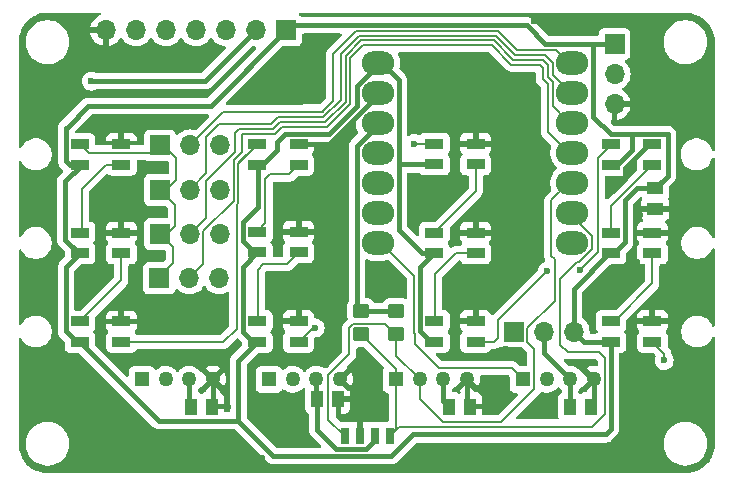
<source format=gbr>
%TF.GenerationSoftware,KiCad,Pcbnew,8.0.5*%
%TF.CreationDate,2024-10-07T22:09:58+02:00*%
%TF.ProjectId,kerstboom,6b657273-7462-46f6-9f6d-2e6b69636164,rev?*%
%TF.SameCoordinates,Original*%
%TF.FileFunction,Copper,L1,Top*%
%TF.FilePolarity,Positive*%
%FSLAX46Y46*%
G04 Gerber Fmt 4.6, Leading zero omitted, Abs format (unit mm)*
G04 Created by KiCad (PCBNEW 8.0.5) date 2024-10-07 22:09:58*
%MOMM*%
%LPD*%
G01*
G04 APERTURE LIST*
G04 Aperture macros list*
%AMRoundRect*
0 Rectangle with rounded corners*
0 $1 Rounding radius*
0 $2 $3 $4 $5 $6 $7 $8 $9 X,Y pos of 4 corners*
0 Add a 4 corners polygon primitive as box body*
4,1,4,$2,$3,$4,$5,$6,$7,$8,$9,$2,$3,0*
0 Add four circle primitives for the rounded corners*
1,1,$1+$1,$2,$3*
1,1,$1+$1,$4,$5*
1,1,$1+$1,$6,$7*
1,1,$1+$1,$8,$9*
0 Add four rect primitives between the rounded corners*
20,1,$1+$1,$2,$3,$4,$5,0*
20,1,$1+$1,$4,$5,$6,$7,0*
20,1,$1+$1,$6,$7,$8,$9,0*
20,1,$1+$1,$8,$9,$2,$3,0*%
G04 Aperture macros list end*
%TA.AperFunction,SMDPad,CuDef*%
%ADD10R,1.600000X0.850000*%
%TD*%
%TA.AperFunction,SMDPad,CuDef*%
%ADD11RoundRect,0.250000X-0.450000X0.350000X-0.450000X-0.350000X0.450000X-0.350000X0.450000X0.350000X0*%
%TD*%
%TA.AperFunction,SMDPad,CuDef*%
%ADD12R,1.016000X1.400000*%
%TD*%
%TA.AperFunction,SMDPad,CuDef*%
%ADD13R,0.700000X1.400000*%
%TD*%
%TA.AperFunction,SMDPad,CuDef*%
%ADD14R,1.400000X1.016000*%
%TD*%
%TA.AperFunction,ComponentPad*%
%ADD15R,1.270000X1.270000*%
%TD*%
%TA.AperFunction,ComponentPad*%
%ADD16C,1.270000*%
%TD*%
%TA.AperFunction,ComponentPad*%
%ADD17R,1.700000X1.700000*%
%TD*%
%TA.AperFunction,ComponentPad*%
%ADD18O,1.700000X1.700000*%
%TD*%
%TA.AperFunction,ComponentPad*%
%ADD19O,2.748280X1.998980*%
%TD*%
%TA.AperFunction,ViaPad*%
%ADD20C,0.600000*%
%TD*%
%TA.AperFunction,Conductor*%
%ADD21C,0.200000*%
%TD*%
%TA.AperFunction,Conductor*%
%ADD22C,0.400000*%
%TD*%
G04 APERTURE END LIST*
D10*
%TO.P,D1,1,DIN*%
%TO.N,/Led Driver*%
X105500000Y-80620000D03*
%TO.P,D1,2,VDD*%
%TO.N,+5V*%
X105500000Y-82370000D03*
%TO.P,D1,3,DOUT*%
%TO.N,/L1-L2*%
X109000000Y-82370000D03*
%TO.P,D1,4,VSS*%
%TO.N,GND*%
X109000000Y-80620000D03*
%TD*%
%TO.P,D2,1,DIN*%
%TO.N,/L1-L2*%
X105500000Y-88125000D03*
%TO.P,D2,2,VDD*%
%TO.N,+5V*%
X105500000Y-89875000D03*
%TO.P,D2,3,DOUT*%
%TO.N,/L2-L3*%
X109000000Y-89875000D03*
%TO.P,D2,4,VSS*%
%TO.N,GND*%
X109000000Y-88125000D03*
%TD*%
%TO.P,D12,1,DIN*%
%TO.N,/L11-L12*%
X150450000Y-95625000D03*
%TO.P,D12,2,VDD*%
%TO.N,+5V*%
X150450000Y-97375000D03*
%TO.P,D12,3,DOUT*%
%TO.N,/L-OUT*%
X153950000Y-97375000D03*
%TO.P,D12,4,VSS*%
%TO.N,GND*%
X153950000Y-95625000D03*
%TD*%
%TO.P,D4,1,DIN*%
%TO.N,/L3-L4*%
X120500000Y-80625000D03*
%TO.P,D4,2,VDD*%
%TO.N,+5V*%
X120500000Y-82375000D03*
%TO.P,D4,3,DOUT*%
%TO.N,/L4-L5*%
X124000000Y-82375000D03*
%TO.P,D4,4,VSS*%
%TO.N,GND*%
X124000000Y-80625000D03*
%TD*%
%TO.P,D7,1,DIN*%
%TO.N,/L6-L7*%
X135500000Y-80600000D03*
%TO.P,D7,2,VDD*%
%TO.N,+5V*%
X135500000Y-82350000D03*
%TO.P,D7,3,DOUT*%
%TO.N,/L7-L8*%
X139000000Y-82350000D03*
%TO.P,D7,4,VSS*%
%TO.N,GND*%
X139000000Y-80600000D03*
%TD*%
D11*
%TO.P,R2,1*%
%TO.N,+3.3V*%
X132250000Y-94750000D03*
%TO.P,R2,2*%
%TO.N,SDA*%
X132250000Y-96750000D03*
%TD*%
D10*
%TO.P,D5,1,DIN*%
%TO.N,/L4-L5*%
X120500000Y-88050000D03*
%TO.P,D5,2,VDD*%
%TO.N,+5V*%
X120500000Y-89800000D03*
%TO.P,D5,3,DOUT*%
%TO.N,/L5-L6*%
X124000000Y-89800000D03*
%TO.P,D5,4,VSS*%
%TO.N,GND*%
X124000000Y-88050000D03*
%TD*%
D12*
%TO.P,C2,1*%
%TO.N,/RS_Power*%
X146961000Y-102850000D03*
%TO.P,C2,2*%
%TO.N,GND*%
X148740000Y-102850000D03*
%TD*%
D10*
%TO.P,D11,1,DIN*%
%TO.N,/L10-L11*%
X150450000Y-88125000D03*
%TO.P,D11,2,VDD*%
%TO.N,+5V*%
X150450000Y-89875000D03*
%TO.P,D11,3,DOUT*%
%TO.N,/L11-L12*%
X153950000Y-89875000D03*
%TO.P,D11,4,VSS*%
%TO.N,GND*%
X153950000Y-88125000D03*
%TD*%
D12*
%TO.P,C4,1*%
%TO.N,+3.3V*%
X125571000Y-102250000D03*
%TO.P,C4,2*%
%TO.N,GND*%
X127350000Y-102250000D03*
%TD*%
D10*
%TO.P,D6,1,DIN*%
%TO.N,/L5-L6*%
X120500000Y-95625000D03*
%TO.P,D6,2,VDD*%
%TO.N,+5V*%
X120500000Y-97375000D03*
%TO.P,D6,3,DOUT*%
%TO.N,/L6-L7*%
X124000000Y-97375000D03*
%TO.P,D6,4,VSS*%
%TO.N,GND*%
X124000000Y-95625000D03*
%TD*%
D13*
%TO.P,U2,1,SCL*%
%TO.N,SCL*%
X131705000Y-105325000D03*
%TO.P,U2,2,VDD*%
%TO.N,+3.3V*%
X130435000Y-105325000D03*
%TO.P,U2,3,GND*%
%TO.N,GND*%
X129165000Y-105325000D03*
%TO.P,U2,4,SDA*%
%TO.N,SDA*%
X127895000Y-105325000D03*
%TD*%
D10*
%TO.P,D8,1,DIN*%
%TO.N,/L7-L8*%
X135500000Y-88125000D03*
%TO.P,D8,2,VDD*%
%TO.N,+5V*%
X135500000Y-89875000D03*
%TO.P,D8,3,DOUT*%
%TO.N,/L8-L9*%
X139000000Y-89875000D03*
%TO.P,D8,4,VSS*%
%TO.N,GND*%
X139000000Y-88125000D03*
%TD*%
%TO.P,D9,1,DIN*%
%TO.N,/L8-L9*%
X135500000Y-95625000D03*
%TO.P,D9,2,VDD*%
%TO.N,+5V*%
X135500000Y-97375000D03*
%TO.P,D9,3,DOUT*%
%TO.N,/L9-L10*%
X139000000Y-97375000D03*
%TO.P,D9,4,VSS*%
%TO.N,GND*%
X139000000Y-95625000D03*
%TD*%
%TO.P,D3,1,DIN*%
%TO.N,/L2-L3*%
X105500000Y-95650000D03*
%TO.P,D3,2,VDD*%
%TO.N,+5V*%
X105500000Y-97400000D03*
%TO.P,D3,3,DOUT*%
%TO.N,/L3-L4*%
X109000000Y-97400000D03*
%TO.P,D3,4,VSS*%
%TO.N,GND*%
X109000000Y-95650000D03*
%TD*%
D12*
%TO.P,C3,1*%
%TO.N,+3.3V*%
X136711000Y-102850000D03*
%TO.P,C3,2*%
%TO.N,GND*%
X138490000Y-102850000D03*
%TD*%
D14*
%TO.P,C1,1*%
%TO.N,+5V*%
X154200000Y-84361000D03*
%TO.P,C1,2*%
%TO.N,GND*%
X154200000Y-86140000D03*
%TD*%
D11*
%TO.P,R1,1*%
%TO.N,+3.3V*%
X129300000Y-94750000D03*
%TO.P,R1,2*%
%TO.N,SCL*%
X129300000Y-96750000D03*
%TD*%
D12*
%TO.P,C5,1*%
%TO.N,+3.3V*%
X114911000Y-102850000D03*
%TO.P,C5,2*%
%TO.N,GND*%
X116690000Y-102850000D03*
%TD*%
D10*
%TO.P,D10,1,DIN*%
%TO.N,/L9-L10*%
X150450000Y-80625000D03*
%TO.P,D10,2,VDD*%
%TO.N,+5V*%
X150450000Y-82375000D03*
%TO.P,D10,3,DOUT*%
%TO.N,/L10-L11*%
X153950000Y-82375000D03*
%TO.P,D10,4,VSS*%
%TO.N,GND*%
X153950000Y-80625000D03*
%TD*%
D15*
%TO.P,J2,1,1*%
%TO.N,SCL*%
X132250260Y-100549880D03*
D16*
%TO.P,J2,2,2*%
%TO.N,SDA*%
X134251780Y-100550000D03*
%TO.P,J2,3,3*%
%TO.N,+3.3V*%
X136248220Y-100550000D03*
%TO.P,J2,4,4*%
%TO.N,GND*%
X138249740Y-100550000D03*
%TD*%
D17*
%TO.P,JP10,1,A*%
%TO.N,/Led Driver*%
X112250000Y-80750000D03*
D18*
%TO.P,JP10,2,C*%
%TO.N,AD0*%
X114790000Y-80750000D03*
%TO.P,JP10,3,B*%
%TO.N,/SPI CS*%
X117330000Y-80750000D03*
%TD*%
D17*
%TO.P,JP12,1,A*%
%TO.N,/Led Driver*%
X112250000Y-88250000D03*
D18*
%TO.P,JP12,2,C*%
%TO.N,AD2*%
X114790000Y-88250000D03*
%TO.P,JP12,3,B*%
%TO.N,/SPI CS*%
X117330000Y-88250000D03*
%TD*%
D17*
%TO.P,JP1,1,A*%
%TO.N,+3.3V*%
X142210000Y-96500000D03*
D18*
%TO.P,JP1,2,C*%
%TO.N,/RS_Power*%
X144750000Y-96500000D03*
%TO.P,JP1,3,B*%
%TO.N,+5V*%
X147290000Y-96500000D03*
%TD*%
D17*
%TO.P,J6,1,Pin_1*%
%TO.N,+5V*%
X150750000Y-72175000D03*
D18*
%TO.P,J6,2,Pin_2*%
%TO.N,/L-OUT*%
X150750000Y-74715000D03*
%TO.P,J6,3,Pin_3*%
%TO.N,GND*%
X150750000Y-77255000D03*
%TD*%
D15*
%TO.P,J4,1,1*%
%TO.N,AD2*%
X121500000Y-100549880D03*
D16*
%TO.P,J4,2,2*%
%TO.N,AD3*%
X123501520Y-100550000D03*
%TO.P,J4,3,3*%
%TO.N,+3.3V*%
X125497960Y-100550000D03*
%TO.P,J4,4,4*%
%TO.N,GND*%
X127499480Y-100550000D03*
%TD*%
D19*
%TO.P,U1,1,PA02_A0_D0*%
%TO.N,AD0*%
X147181290Y-73750000D03*
%TO.P,U1,2,PA4_A1_D1*%
%TO.N,AD1*%
X147181290Y-76290000D03*
%TO.P,U1,3,PA10_A2_D2*%
%TO.N,AD2*%
X147181290Y-78830000D03*
%TO.P,U1,4,PA11_A3_D3*%
%TO.N,AD3*%
X147181290Y-81370000D03*
%TO.P,U1,5,PA8_A4_D4_SDA*%
%TO.N,SDA*%
X147181290Y-83910000D03*
%TO.P,U1,6,PA9_A5_D5_SCL*%
%TO.N,SCL*%
X147181290Y-86450000D03*
%TO.P,U1,7,PB08_A6_D6_TX*%
%TO.N,TX*%
X147181290Y-88990000D03*
%TO.P,U1,8,PB09_A7_D7_RX*%
%TO.N,RX*%
X130716730Y-88990000D03*
%TO.P,U1,9,PA7_A8_D8_SCK*%
%TO.N,SCK*%
X130716730Y-86450000D03*
%TO.P,U1,10,PA5_A9_D9_MISO*%
%TO.N,MISO*%
X130716730Y-83910000D03*
%TO.P,U1,11,PA6_A10_D10_MOSI*%
%TO.N,MOSI*%
X130716730Y-81370000D03*
%TO.P,U1,12,3V3*%
%TO.N,+3.3V*%
X130716730Y-78830000D03*
%TO.P,U1,13,GND*%
%TO.N,GND*%
X130716730Y-76290000D03*
%TO.P,U1,14,5V*%
%TO.N,+5V*%
X130716730Y-73750000D03*
%TD*%
D17*
%TO.P,J5,1,Pin_1*%
%TO.N,+5V*%
X122950000Y-71000000D03*
D18*
%TO.P,J5,2,Pin_2*%
%TO.N,+3.3V*%
X120410000Y-71000000D03*
%TO.P,J5,3,Pin_3*%
%TO.N,MOSI*%
X117870000Y-71000000D03*
%TO.P,J5,4,Pin_4*%
%TO.N,MISO*%
X115330000Y-71000000D03*
%TO.P,J5,5,Pin_5*%
%TO.N,SCK*%
X112790000Y-71000000D03*
%TO.P,J5,6,Pin_6*%
%TO.N,/SPI CS*%
X110250000Y-71000000D03*
%TO.P,J5,7,Pin_7*%
%TO.N,GND*%
X107710000Y-71000000D03*
%TD*%
D17*
%TO.P,JP11,1,A*%
%TO.N,/Led Driver*%
X112250000Y-84500000D03*
D18*
%TO.P,JP11,2,C*%
%TO.N,AD1*%
X114790000Y-84500000D03*
%TO.P,JP11,3,B*%
%TO.N,/SPI CS*%
X117330000Y-84500000D03*
%TD*%
D15*
%TO.P,J1,1,1*%
%TO.N,RX*%
X143000260Y-100549880D03*
D16*
%TO.P,J1,2,2*%
%TO.N,TX*%
X145001780Y-100550000D03*
%TO.P,J1,3,3*%
%TO.N,/RS_Power*%
X146998220Y-100550000D03*
%TO.P,J1,4,4*%
%TO.N,GND*%
X148999740Y-100550000D03*
%TD*%
D15*
%TO.P,J3,1,1*%
%TO.N,AD0*%
X110750520Y-100549880D03*
D16*
%TO.P,J3,2,2*%
%TO.N,AD1*%
X112752040Y-100550000D03*
%TO.P,J3,3,3*%
%TO.N,+3.3V*%
X114748480Y-100550000D03*
%TO.P,J3,4,4*%
%TO.N,GND*%
X116750000Y-100550000D03*
%TD*%
D17*
%TO.P,JP13,1,A*%
%TO.N,/Led Driver*%
X112210000Y-92000000D03*
D18*
%TO.P,JP13,2,C*%
%TO.N,AD3*%
X114750000Y-92000000D03*
%TO.P,JP13,3,B*%
%TO.N,/SPI CS*%
X117290000Y-92000000D03*
%TD*%
D20*
%TO.N,GND*%
X107200000Y-78950000D03*
X147600000Y-99200000D03*
X141550000Y-98000000D03*
X112800000Y-78400000D03*
X132000000Y-92800000D03*
X140100000Y-84300000D03*
X120350000Y-75800000D03*
X126340861Y-99308422D03*
X148900000Y-93650000D03*
X124855060Y-73965722D03*
X109050000Y-93500000D03*
X101050000Y-85350000D03*
X125621521Y-84778478D03*
X157350000Y-85500000D03*
X130700000Y-102550000D03*
X139000000Y-106650000D03*
X101000000Y-93200000D03*
X111700000Y-74050000D03*
X104750000Y-103000000D03*
X140470064Y-93121866D03*
X117700000Y-98700000D03*
X147800000Y-106200000D03*
X152650000Y-90573346D03*
X137000000Y-84050000D03*
X109100000Y-86400000D03*
X126900000Y-88400000D03*
X105350000Y-69950000D03*
X133925000Y-73900000D03*
X113900000Y-94950000D03*
X127200000Y-92600000D03*
X152475000Y-103625000D03*
X105000000Y-75000000D03*
X144650000Y-82250000D03*
X129000000Y-99500000D03*
X150600000Y-84600000D03*
X120945405Y-107206066D03*
X101100000Y-78000000D03*
X135900000Y-85350000D03*
X158500000Y-101800000D03*
X126000000Y-72300000D03*
X141850000Y-78300000D03*
X118000000Y-102900000D03*
X156650000Y-76050000D03*
X152950000Y-70550000D03*
X157000000Y-93250000D03*
X142800000Y-87550000D03*
X135700000Y-78650000D03*
X120350000Y-102950000D03*
X152950000Y-86659007D03*
X105710000Y-92917254D03*
X143950000Y-70200000D03*
X112600000Y-105800000D03*
X143700000Y-103300000D03*
%TO.N,+3.3V*%
X106460000Y-75300000D03*
%TO.N,/L6-L7*%
X133800000Y-80600000D03*
X125400000Y-96200000D03*
%TO.N,/L9-L10*%
X147849556Y-91281204D03*
X145040000Y-91390000D03*
%TO.N,/L-OUT*%
X154950000Y-98950000D03*
%TD*%
D21*
%TO.N,AD1*%
X117280000Y-78970000D02*
X116180000Y-80070000D01*
X145500000Y-73734314D02*
X144865686Y-73100000D01*
X122225000Y-78375000D02*
X121630000Y-78970000D01*
X145500000Y-74784314D02*
X145500000Y-73734314D01*
X127592158Y-76876471D02*
X126093629Y-78375000D01*
X127592158Y-73007842D02*
X127592158Y-76876471D01*
X129142157Y-71457843D02*
X127592158Y-73007842D01*
X142359315Y-73100000D02*
X140717158Y-71457843D01*
X116180000Y-80070000D02*
X116180000Y-83110000D01*
X144865686Y-73100000D02*
X142359315Y-73100000D01*
X126093629Y-78375000D02*
X122225000Y-78375000D01*
X116180000Y-83110000D02*
X114790000Y-84500000D01*
X146881290Y-76290000D02*
X146881290Y-76165604D01*
X146881290Y-76165604D02*
X145500000Y-74784314D01*
X121630000Y-78970000D02*
X117280000Y-78970000D01*
X140717158Y-71457843D02*
X129142157Y-71457843D01*
%TO.N,SDA*%
X141150000Y-104150000D02*
X143950000Y-101350000D01*
X132250000Y-96750000D02*
X131350000Y-95850000D01*
X128300000Y-96165256D02*
X128300000Y-98427190D01*
X134251780Y-102198780D02*
X136203000Y-104150000D01*
X126532000Y-103962000D02*
X127895000Y-105325000D01*
X145690000Y-90390000D02*
X145400000Y-90100000D01*
X136203000Y-104150000D02*
X141150000Y-104150000D01*
X132250000Y-98548220D02*
X132250000Y-96750000D01*
X145690000Y-93910000D02*
X145690000Y-90390000D01*
X145400000Y-90100000D02*
X145400000Y-85391290D01*
X131350000Y-95850000D02*
X128615256Y-95850000D01*
X143950000Y-101350000D02*
X143950000Y-97990000D01*
X128615256Y-95850000D02*
X128300000Y-96165256D01*
X143360000Y-96240000D02*
X145690000Y-93910000D01*
X134251780Y-100550000D02*
X134251780Y-102198780D01*
X128300000Y-98427190D02*
X126532000Y-100195190D01*
X126532000Y-100195190D02*
X126532000Y-103962000D01*
X143360000Y-97400000D02*
X143360000Y-96240000D01*
X134251780Y-100550000D02*
X132250000Y-98548220D01*
X145400000Y-85391290D02*
X146881290Y-83910000D01*
X143950000Y-97990000D02*
X143360000Y-97400000D01*
%TO.N,AD3*%
X144700000Y-75150000D02*
X145100000Y-75550000D01*
X129492158Y-72257843D02*
X140385787Y-72257843D01*
X144400000Y-73900000D02*
X144700000Y-74200000D01*
X122575001Y-79175000D02*
X126425000Y-79175000D01*
X145100000Y-77850000D02*
X145107150Y-77857150D01*
X145107150Y-77857150D02*
X145107150Y-79595860D01*
X145107150Y-79595860D02*
X146881290Y-81370000D01*
X118500000Y-82000000D02*
X119234315Y-81265685D01*
X140385787Y-72257843D02*
X142027944Y-73900000D01*
X128392158Y-77207842D02*
X128392158Y-73357843D01*
X118500000Y-85453654D02*
X118500000Y-82000000D01*
X128392158Y-73357843D02*
X129492158Y-72257843D01*
X114750000Y-92000000D02*
X115940000Y-90810000D01*
X121980001Y-79770000D02*
X122575001Y-79175000D01*
X142027944Y-73900000D02*
X144400000Y-73900000D01*
X144700000Y-74200000D02*
X144700000Y-75150000D01*
X119234315Y-81265685D02*
X119234315Y-79770000D01*
X115940000Y-90810000D02*
X115940000Y-88013654D01*
X126425000Y-79175000D02*
X128392158Y-77207842D01*
X145100000Y-75550000D02*
X145100000Y-77850000D01*
X115940000Y-88013654D02*
X118500000Y-85453654D01*
X119234315Y-79770000D02*
X121980001Y-79770000D01*
%TO.N,AD2*%
X142193629Y-73500000D02*
X140551472Y-71857843D01*
X127992158Y-73192158D02*
X127992158Y-77042156D01*
X126259314Y-78775000D02*
X122390686Y-78775000D01*
X118607843Y-79723528D02*
X118607843Y-81326471D01*
X140551472Y-71857843D02*
X129326473Y-71857843D01*
X145100000Y-73934315D02*
X144665685Y-73500000D01*
X146881290Y-78830000D02*
X145500000Y-77448710D01*
X116180000Y-86860000D02*
X114790000Y-88250000D01*
X145500000Y-75384314D02*
X145100000Y-74984314D01*
X145100000Y-74984314D02*
X145100000Y-73934315D01*
X118961371Y-79370000D02*
X118607843Y-79723528D01*
X129326473Y-71857843D02*
X127992158Y-73192158D01*
X116180000Y-83754314D02*
X116180000Y-86860000D01*
X121795686Y-79370000D02*
X118961371Y-79370000D01*
X127992158Y-77042156D02*
X126259314Y-78775000D01*
X144665685Y-73500000D02*
X142193629Y-73500000D01*
X145500000Y-77448710D02*
X145500000Y-75384314D01*
X118607843Y-81326471D02*
X116180000Y-83754314D01*
X122390686Y-78775000D02*
X121795686Y-79370000D01*
%TO.N,RX*%
X142050380Y-99600000D02*
X143000260Y-100549880D01*
X133850000Y-96707107D02*
X133850000Y-97550000D01*
X133800000Y-91773270D02*
X133800000Y-96657107D01*
X133800000Y-96657107D02*
X133850000Y-96707107D01*
X131016730Y-88990000D02*
X133800000Y-91773270D01*
X135900000Y-99600000D02*
X142050380Y-99600000D01*
X133850000Y-97550000D02*
X135900000Y-99600000D01*
%TO.N,SCL*%
X149934740Y-98734740D02*
X149934740Y-103463260D01*
X146881290Y-86450000D02*
X148855430Y-88424140D01*
X147580317Y-90631204D02*
X146140000Y-92071521D01*
X148855430Y-88424140D02*
X148855430Y-89544570D01*
X131705000Y-105325000D02*
X132250260Y-104779740D01*
X132250260Y-99700260D02*
X129300000Y-96750000D01*
X146140000Y-92071521D02*
X146140000Y-97600000D01*
X149450000Y-98250000D02*
X149934740Y-98734740D01*
X149934740Y-103463260D02*
X148848000Y-104550000D01*
X132250260Y-100549880D02*
X132250260Y-99700260D01*
X146790000Y-98250000D02*
X149450000Y-98250000D01*
X148848000Y-104550000D02*
X132480000Y-104550000D01*
X148855430Y-89544570D02*
X147768796Y-90631204D01*
X147768796Y-90631204D02*
X147580317Y-90631204D01*
X146140000Y-97600000D02*
X146790000Y-98250000D01*
X132480000Y-104550000D02*
X131705000Y-105325000D01*
X132250260Y-104779740D02*
X132250260Y-100549880D01*
D22*
%TO.N,+5V*%
X131016730Y-73750000D02*
X130902902Y-73750000D01*
X104300000Y-79300000D02*
X104300000Y-82050000D01*
X151650000Y-88950000D02*
X151650000Y-85350000D01*
X134300000Y-96450000D02*
X134300000Y-91075000D01*
X143298896Y-70557843D02*
X144900000Y-72158947D01*
X155250000Y-79800000D02*
X155250000Y-83311000D01*
X132490870Y-87890870D02*
X134475000Y-89875000D01*
X131016730Y-73750000D02*
X132490870Y-75224140D01*
X152739000Y-84361000D02*
X154200000Y-84361000D01*
X135225000Y-97375000D02*
X134300000Y-96450000D01*
X131830000Y-107050000D02*
X121850000Y-107050000D01*
X128942590Y-75710312D02*
X128942590Y-77401784D01*
X150750000Y-72175000D02*
X149000000Y-72175000D01*
X130902902Y-73750000D02*
X128942590Y-75710312D01*
X151650000Y-85350000D02*
X152639000Y-84361000D01*
X118900000Y-102300000D02*
X118900000Y-104000000D01*
X150925000Y-82375000D02*
X152200000Y-81100000D01*
X133680000Y-105200000D02*
X131830000Y-107050000D01*
X128942590Y-77401784D02*
X126544374Y-79800000D01*
X104300000Y-82050000D02*
X104620000Y-82370000D01*
X120500000Y-89800000D02*
X119300000Y-91000000D01*
X132490870Y-75224140D02*
X132490870Y-82350000D01*
X150000000Y-105200000D02*
X133680000Y-105200000D01*
X147290000Y-92910000D02*
X150325000Y-89875000D01*
X155250000Y-83311000D02*
X154200000Y-84361000D01*
X134300000Y-91075000D02*
X135500000Y-89875000D01*
X122950000Y-71000000D02*
X123392157Y-70557843D01*
X105500000Y-97400000D02*
X112150000Y-104050000D01*
X120550000Y-85975000D02*
X120550000Y-82375000D01*
X123392157Y-70557843D02*
X143298896Y-70557843D01*
X147290000Y-96500000D02*
X147290000Y-92910000D01*
X116550000Y-77400000D02*
X106200000Y-77400000D01*
X122200000Y-80450000D02*
X122200000Y-81100000D01*
X119300000Y-96500000D02*
X120175000Y-97375000D01*
X148165000Y-97375000D02*
X147290000Y-96500000D01*
X134475000Y-89875000D02*
X135500000Y-89875000D01*
X132490870Y-82350000D02*
X132490870Y-87890870D01*
X144900000Y-72158947D02*
X148650000Y-72158947D01*
X150450000Y-97375000D02*
X150450000Y-104750000D01*
X148955430Y-72219570D02*
X149000000Y-72175000D01*
X104450000Y-79150000D02*
X104300000Y-79300000D01*
X120550000Y-97375000D02*
X120175000Y-97375000D01*
X118900000Y-98975000D02*
X118900000Y-102300000D01*
X150450000Y-104750000D02*
X150000000Y-105200000D01*
X105375000Y-89875000D02*
X104250000Y-88750000D01*
X152200000Y-81100000D02*
X152200000Y-79800000D01*
X150325000Y-89875000D02*
X150450000Y-89875000D01*
X152639000Y-84361000D02*
X154200000Y-84361000D01*
X122950000Y-71000000D02*
X116550000Y-77400000D01*
X148955430Y-78305430D02*
X148955430Y-72219570D01*
X150550000Y-82375000D02*
X150925000Y-82375000D01*
X104300000Y-91075000D02*
X104300000Y-96475000D01*
X104300000Y-96475000D02*
X105225000Y-97400000D01*
X121850000Y-107050000D02*
X118850000Y-104050000D01*
X122850000Y-79800000D02*
X122200000Y-80450000D01*
X105650000Y-89875000D02*
X105375000Y-89875000D01*
X105500000Y-89875000D02*
X104300000Y-91075000D01*
X149000000Y-72175000D02*
X148666053Y-72175000D01*
X106200000Y-77400000D02*
X104450000Y-79150000D01*
X118900000Y-104000000D02*
X118850000Y-104050000D01*
X119300000Y-91000000D02*
X119300000Y-96500000D01*
X120225000Y-89800000D02*
X119300000Y-88875000D01*
X119300000Y-88875000D02*
X119300000Y-87225000D01*
X120500000Y-97375000D02*
X118900000Y-98975000D01*
X135500000Y-97375000D02*
X135225000Y-97375000D01*
X150450000Y-89875000D02*
X150825000Y-89875000D01*
X120925000Y-82375000D02*
X120550000Y-82375000D01*
X152200000Y-79800000D02*
X150450000Y-79800000D01*
X150450000Y-97375000D02*
X148165000Y-97375000D01*
X119300000Y-87225000D02*
X120550000Y-85975000D01*
X150450000Y-89875000D02*
X150725000Y-89875000D01*
X120175000Y-97375000D02*
X120500000Y-97375000D01*
X126544374Y-79800000D02*
X122850000Y-79800000D01*
X122200000Y-81100000D02*
X120925000Y-82375000D01*
X135500000Y-82350000D02*
X132490870Y-82350000D01*
X150725000Y-89875000D02*
X151650000Y-88950000D01*
X105225000Y-97400000D02*
X105500000Y-97400000D01*
X152200000Y-79800000D02*
X155250000Y-79800000D01*
X104250000Y-83775000D02*
X105650000Y-82375000D01*
X148955430Y-78305430D02*
X150450000Y-79800000D01*
X104250000Y-88750000D02*
X104250000Y-83775000D01*
X104620000Y-82370000D02*
X105500000Y-82370000D01*
X112150000Y-104050000D02*
X118850000Y-104050000D01*
%TO.N,GND*%
X153775000Y-95625000D02*
X154250000Y-95625000D01*
X153950000Y-80625000D02*
X153675000Y-80625000D01*
X153675000Y-80625000D02*
X151650000Y-82650000D01*
X130700000Y-102550000D02*
X129165000Y-104085000D01*
X138249740Y-102609740D02*
X138490000Y-102850000D01*
X116750000Y-100550000D02*
X116750000Y-102790000D01*
X148999740Y-102590260D02*
X148740000Y-102850000D01*
X150600000Y-84600000D02*
X151650000Y-83550000D01*
X130902902Y-76290000D02*
X126567902Y-80625000D01*
X148999740Y-100550000D02*
X148999740Y-102590260D01*
X151650000Y-83550000D02*
X151650000Y-82650000D01*
X154050000Y-80625000D02*
X153675000Y-80625000D01*
X129165000Y-104085000D02*
X129165000Y-105325000D01*
X116750000Y-102790000D02*
X116690000Y-102850000D01*
X126567902Y-80625000D02*
X124050000Y-80625000D01*
X154050000Y-80625000D02*
X154325000Y-80625000D01*
X131016730Y-76290000D02*
X130902902Y-76290000D01*
X138249740Y-100550000D02*
X138249740Y-102609740D01*
X151650000Y-82650000D02*
X151650000Y-83200000D01*
%TO.N,+3.3V*%
X125571000Y-104831000D02*
X125561000Y-104841000D01*
X129685000Y-106425000D02*
X127145000Y-106425000D01*
X136248220Y-100550000D02*
X136248220Y-102387220D01*
X128942590Y-80790312D02*
X128942590Y-94392590D01*
X131016730Y-78830000D02*
X130902902Y-78830000D01*
X130435000Y-105325000D02*
X130435000Y-105675000D01*
X128942590Y-94392590D02*
X129300000Y-94750000D01*
X130902902Y-78830000D02*
X128942590Y-80790312D01*
X127145000Y-106425000D02*
X125561000Y-104841000D01*
X125571000Y-102250000D02*
X125571000Y-104831000D01*
X114748480Y-100550000D02*
X114748480Y-102687480D01*
X125497960Y-100550000D02*
X125497960Y-102336960D01*
X136248220Y-102387220D02*
X136711000Y-102850000D01*
X114748480Y-102687480D02*
X114911000Y-102850000D01*
X125561000Y-104841000D02*
X125561000Y-102400000D01*
X130435000Y-105675000D02*
X129685000Y-106425000D01*
X129300000Y-94750000D02*
X132250000Y-94750000D01*
X120410000Y-71000000D02*
X116110000Y-75300000D01*
X116110000Y-75300000D02*
X106460000Y-75300000D01*
%TO.N,/RS_Power*%
X144750000Y-98301780D02*
X146998220Y-100550000D01*
X144750000Y-96500000D02*
X144750000Y-98301780D01*
X146998220Y-102812780D02*
X146961000Y-102850000D01*
X146998220Y-100550000D02*
X146998220Y-102812780D01*
D21*
%TO.N,AD0*%
X126951471Y-72998529D02*
X126951471Y-76951471D01*
X126027943Y-77875000D02*
X126051471Y-77851471D01*
X128892157Y-71057843D02*
X127075000Y-72875000D01*
X146881290Y-73750000D02*
X145790237Y-72658947D01*
X140882843Y-71057843D02*
X128892157Y-71057843D01*
X117640000Y-77900000D02*
X124407107Y-77900000D01*
X124407107Y-77900000D02*
X124432107Y-77875000D01*
X124432107Y-77875000D02*
X126027943Y-77875000D01*
X128892157Y-71057843D02*
X126951471Y-72998529D01*
X142483947Y-72658947D02*
X140882843Y-71057843D01*
X126951471Y-76951471D02*
X126051471Y-77851471D01*
X145790237Y-72658947D02*
X142483947Y-72658947D01*
X114790000Y-80750000D02*
X117640000Y-77900000D01*
%TO.N,/Led Driver*%
X113350000Y-90700000D02*
X113350000Y-89350000D01*
X113650000Y-83650000D02*
X112800000Y-84500000D01*
X112250000Y-80750000D02*
X112550000Y-80750000D01*
X113650000Y-81850000D02*
X113650000Y-83650000D01*
X106225000Y-81350000D02*
X105500000Y-80625000D01*
X112250000Y-91960000D02*
X112210000Y-92000000D01*
X111650000Y-81350000D02*
X106225000Y-81350000D01*
X113550000Y-87600000D02*
X113550000Y-85800000D01*
X113350000Y-89350000D02*
X112250000Y-88250000D01*
X112800000Y-84500000D02*
X112250000Y-84500000D01*
X112250000Y-88250000D02*
X112900000Y-88250000D01*
X112210000Y-91840000D02*
X113350000Y-90700000D01*
X112210000Y-92000000D02*
X112210000Y-91840000D01*
X112900000Y-88250000D02*
X113550000Y-87600000D01*
X113550000Y-85800000D02*
X112250000Y-84500000D01*
X112550000Y-80750000D02*
X113650000Y-81850000D01*
X112250000Y-80750000D02*
X111650000Y-81350000D01*
%TO.N,/L1-L2*%
X107675000Y-82375000D02*
X105650000Y-84400000D01*
X105650000Y-88125000D02*
X105650000Y-84400000D01*
X109150000Y-82375000D02*
X107675000Y-82375000D01*
%TO.N,/L2-L3*%
X109000000Y-89875000D02*
X109000000Y-92150000D01*
X109000000Y-92150000D02*
X105500000Y-95650000D01*
%TO.N,/L3-L4*%
X109100000Y-97400000D02*
X117600000Y-97400000D01*
X117600000Y-97400000D02*
X118750000Y-96250000D01*
X118750000Y-85769339D02*
X118900000Y-85619340D01*
X118900000Y-85619340D02*
X118900000Y-82275000D01*
X118750000Y-96250000D02*
X118750000Y-85769339D01*
X120550000Y-80625000D02*
X118917066Y-82257934D01*
X118900000Y-82275000D02*
X120550000Y-80625000D01*
%TO.N,/L4-L5*%
X120500000Y-88050000D02*
X121200000Y-87350000D01*
X121200000Y-87350000D02*
X121200000Y-83600000D01*
X123225000Y-83200000D02*
X124050000Y-82375000D01*
X123225000Y-83200000D02*
X121600000Y-83200000D01*
X121600000Y-83200000D02*
X121200000Y-83600000D01*
%TO.N,/L5-L6*%
X121000000Y-90800000D02*
X120550000Y-91250000D01*
X120550000Y-91250000D02*
X120550000Y-95625000D01*
X123000000Y-90800000D02*
X121000000Y-90800000D01*
X124000000Y-89800000D02*
X123000000Y-90800000D01*
%TO.N,/L6-L7*%
X125400000Y-96200000D02*
X125225000Y-96200000D01*
X135500000Y-80600000D02*
X133800000Y-80600000D01*
X125225000Y-96200000D02*
X124050000Y-97375000D01*
%TO.N,/L7-L8*%
X139000000Y-82350000D02*
X139000000Y-84625000D01*
X139000000Y-84625000D02*
X135500000Y-88125000D01*
%TO.N,/L8-L9*%
X137325000Y-89875000D02*
X135550000Y-91650000D01*
X139000000Y-89875000D02*
X137325000Y-89875000D01*
X135550000Y-91650000D02*
X135550000Y-95625000D01*
%TO.N,/L9-L10*%
X149350000Y-89780760D02*
X147849556Y-91281204D01*
X140900000Y-97050000D02*
X140900000Y-95510000D01*
X150550000Y-80625000D02*
X149350000Y-81825000D01*
X150325000Y-80400000D02*
X150550000Y-80625000D01*
X145020000Y-91390000D02*
X145040000Y-91390000D01*
X140900000Y-95510000D02*
X145020000Y-91390000D01*
X139000000Y-97375000D02*
X140575000Y-97375000D01*
X150600000Y-80575000D02*
X150550000Y-80625000D01*
X149350000Y-81825000D02*
X149350000Y-89780760D01*
X140575000Y-97375000D02*
X140900000Y-97050000D01*
X145040000Y-91390000D02*
X145035000Y-91390000D01*
%TO.N,/L10-L11*%
X153950000Y-82375000D02*
X153917893Y-82375000D01*
X153917893Y-82375000D02*
X150450000Y-85842893D01*
X150450000Y-88125000D02*
X150450000Y-85842893D01*
%TO.N,/L11-L12*%
X153950000Y-92425000D02*
X150750000Y-95625000D01*
X153950000Y-89875000D02*
X153950000Y-92425000D01*
%TO.N,/L-OUT*%
X154950000Y-98950000D02*
X154950000Y-98375000D01*
X154950000Y-98375000D02*
X153950000Y-97375000D01*
%TD*%
%TA.AperFunction,Conductor*%
%TO.N,GND*%
G36*
X107239027Y-69520185D02*
G01*
X107284782Y-69572989D01*
X107294726Y-69642147D01*
X107265701Y-69705703D01*
X107224393Y-69736882D01*
X107032422Y-69826399D01*
X107032420Y-69826400D01*
X106838926Y-69961886D01*
X106838920Y-69961891D01*
X106671891Y-70128920D01*
X106671886Y-70128926D01*
X106536400Y-70322420D01*
X106536399Y-70322422D01*
X106436570Y-70536507D01*
X106436567Y-70536513D01*
X106379364Y-70749999D01*
X106379364Y-70750000D01*
X107276988Y-70750000D01*
X107244075Y-70807007D01*
X107210000Y-70934174D01*
X107210000Y-71065826D01*
X107244075Y-71192993D01*
X107276988Y-71250000D01*
X106379364Y-71250000D01*
X106436567Y-71463486D01*
X106436570Y-71463492D01*
X106536399Y-71677578D01*
X106671894Y-71871082D01*
X106838917Y-72038105D01*
X107032421Y-72173600D01*
X107246507Y-72273429D01*
X107246516Y-72273433D01*
X107460000Y-72330634D01*
X107460000Y-71433012D01*
X107517007Y-71465925D01*
X107644174Y-71500000D01*
X107775826Y-71500000D01*
X107902993Y-71465925D01*
X107960000Y-71433012D01*
X107960000Y-72330633D01*
X108173483Y-72273433D01*
X108173492Y-72273429D01*
X108387578Y-72173600D01*
X108581082Y-72038105D01*
X108748105Y-71871082D01*
X108878119Y-71685405D01*
X108932696Y-71641781D01*
X109002195Y-71634588D01*
X109064549Y-71666110D01*
X109081269Y-71685405D01*
X109211505Y-71871401D01*
X109378599Y-72038495D01*
X109475384Y-72106265D01*
X109572165Y-72174032D01*
X109572167Y-72174033D01*
X109572170Y-72174035D01*
X109786337Y-72273903D01*
X110014592Y-72335063D01*
X110202918Y-72351539D01*
X110249999Y-72355659D01*
X110250000Y-72355659D01*
X110250001Y-72355659D01*
X110289234Y-72352226D01*
X110485408Y-72335063D01*
X110713663Y-72273903D01*
X110927830Y-72174035D01*
X111121401Y-72038495D01*
X111288495Y-71871401D01*
X111418425Y-71685842D01*
X111473002Y-71642217D01*
X111542500Y-71635023D01*
X111604855Y-71666546D01*
X111621575Y-71685842D01*
X111751281Y-71871082D01*
X111751505Y-71871401D01*
X111918599Y-72038495D01*
X112015384Y-72106265D01*
X112112165Y-72174032D01*
X112112167Y-72174033D01*
X112112170Y-72174035D01*
X112326337Y-72273903D01*
X112554592Y-72335063D01*
X112742918Y-72351539D01*
X112789999Y-72355659D01*
X112790000Y-72355659D01*
X112790001Y-72355659D01*
X112829234Y-72352226D01*
X113025408Y-72335063D01*
X113253663Y-72273903D01*
X113467830Y-72174035D01*
X113661401Y-72038495D01*
X113828495Y-71871401D01*
X113958425Y-71685842D01*
X114013002Y-71642217D01*
X114082500Y-71635023D01*
X114144855Y-71666546D01*
X114161575Y-71685842D01*
X114291281Y-71871082D01*
X114291505Y-71871401D01*
X114458599Y-72038495D01*
X114555384Y-72106265D01*
X114652165Y-72174032D01*
X114652167Y-72174033D01*
X114652170Y-72174035D01*
X114866337Y-72273903D01*
X115094592Y-72335063D01*
X115282918Y-72351539D01*
X115329999Y-72355659D01*
X115330000Y-72355659D01*
X115330001Y-72355659D01*
X115369234Y-72352226D01*
X115565408Y-72335063D01*
X115793663Y-72273903D01*
X116007830Y-72174035D01*
X116201401Y-72038495D01*
X116368495Y-71871401D01*
X116498425Y-71685842D01*
X116553002Y-71642217D01*
X116622500Y-71635023D01*
X116684855Y-71666546D01*
X116701575Y-71685842D01*
X116831281Y-71871082D01*
X116831505Y-71871401D01*
X116998599Y-72038495D01*
X117095384Y-72106265D01*
X117192165Y-72174032D01*
X117192167Y-72174033D01*
X117192170Y-72174035D01*
X117406337Y-72273903D01*
X117634592Y-72335063D01*
X117783194Y-72348064D01*
X117848263Y-72373516D01*
X117889242Y-72430107D01*
X117893120Y-72499869D01*
X117860068Y-72559273D01*
X115856162Y-74563181D01*
X115794839Y-74596666D01*
X115768481Y-74599500D01*
X106885494Y-74599500D01*
X106819523Y-74580494D01*
X106809525Y-74574212D01*
X106639254Y-74514631D01*
X106639249Y-74514630D01*
X106460004Y-74494435D01*
X106459996Y-74494435D01*
X106280750Y-74514630D01*
X106280745Y-74514631D01*
X106110476Y-74574211D01*
X105957737Y-74670184D01*
X105830184Y-74797737D01*
X105734211Y-74950476D01*
X105674631Y-75120745D01*
X105674630Y-75120750D01*
X105654435Y-75299996D01*
X105654435Y-75300003D01*
X105674630Y-75479249D01*
X105674631Y-75479254D01*
X105734211Y-75649523D01*
X105822479Y-75790000D01*
X105830184Y-75802262D01*
X105957738Y-75929816D01*
X106010238Y-75962804D01*
X106110474Y-76025787D01*
X106110478Y-76025789D01*
X106237283Y-76070160D01*
X106280745Y-76085368D01*
X106280750Y-76085369D01*
X106459996Y-76105565D01*
X106460000Y-76105565D01*
X106460004Y-76105565D01*
X106639249Y-76085369D01*
X106639252Y-76085368D01*
X106639255Y-76085368D01*
X106809522Y-76025789D01*
X106810488Y-76025181D01*
X106819523Y-76019506D01*
X106885494Y-76000500D01*
X116178996Y-76000500D01*
X116270040Y-75982389D01*
X116314328Y-75973580D01*
X116399485Y-75938307D01*
X116441807Y-75920777D01*
X116441808Y-75920776D01*
X116441811Y-75920775D01*
X116556543Y-75844114D01*
X120038006Y-72362649D01*
X120099327Y-72329166D01*
X120157778Y-72330557D01*
X120174592Y-72335063D01*
X120323194Y-72348064D01*
X120388263Y-72373516D01*
X120429242Y-72430107D01*
X120433120Y-72499869D01*
X120400068Y-72559273D01*
X116296162Y-76663181D01*
X116234839Y-76696666D01*
X116208481Y-76699500D01*
X106131004Y-76699500D01*
X105995677Y-76726418D01*
X105995667Y-76726421D01*
X105868192Y-76779222D01*
X105753454Y-76855887D01*
X105753453Y-76855888D01*
X104003457Y-78605886D01*
X103755888Y-78853453D01*
X103755887Y-78853454D01*
X103679222Y-78968192D01*
X103626421Y-79095667D01*
X103626420Y-79095671D01*
X103621567Y-79120067D01*
X103601890Y-79218994D01*
X103599500Y-79231007D01*
X103599500Y-81981006D01*
X103599500Y-82118994D01*
X103599500Y-82118996D01*
X103599499Y-82118996D01*
X103626418Y-82254322D01*
X103626421Y-82254332D01*
X103679222Y-82381807D01*
X103755887Y-82496545D01*
X103755888Y-82496546D01*
X104059161Y-82799818D01*
X104092646Y-82861141D01*
X104087662Y-82930832D01*
X104059161Y-82975180D01*
X103705887Y-83328454D01*
X103629222Y-83443192D01*
X103576421Y-83570667D01*
X103576418Y-83570679D01*
X103555617Y-83675255D01*
X103555617Y-83675257D01*
X103549500Y-83706007D01*
X103549500Y-88681006D01*
X103549500Y-88818994D01*
X103549500Y-88818996D01*
X103549499Y-88818996D01*
X103576418Y-88954322D01*
X103576421Y-88954332D01*
X103629222Y-89081807D01*
X103705887Y-89196545D01*
X103705888Y-89196546D01*
X104163181Y-89653838D01*
X104196666Y-89715161D01*
X104199500Y-89741519D01*
X104199500Y-90133480D01*
X104179815Y-90200519D01*
X104163181Y-90221161D01*
X103755888Y-90628453D01*
X103755887Y-90628454D01*
X103679223Y-90743192D01*
X103626421Y-90870668D01*
X103626418Y-90870680D01*
X103615713Y-90924499D01*
X103609553Y-90955470D01*
X103599500Y-91006007D01*
X103599500Y-96406006D01*
X103599500Y-96543994D01*
X103599500Y-96543996D01*
X103599499Y-96543996D01*
X103626418Y-96679322D01*
X103626421Y-96679332D01*
X103679222Y-96806807D01*
X103755887Y-96921545D01*
X103755888Y-96921546D01*
X104163181Y-97328838D01*
X104196666Y-97390161D01*
X104199500Y-97416519D01*
X104199500Y-97872870D01*
X104199501Y-97872876D01*
X104205908Y-97932483D01*
X104256202Y-98067328D01*
X104256206Y-98067335D01*
X104342452Y-98182544D01*
X104342455Y-98182547D01*
X104457664Y-98268793D01*
X104457671Y-98268797D01*
X104592517Y-98319091D01*
X104592516Y-98319091D01*
X104599444Y-98319835D01*
X104652127Y-98325500D01*
X105383480Y-98325499D01*
X105450519Y-98345183D01*
X105471161Y-98361818D01*
X111703453Y-104594111D01*
X111703454Y-104594112D01*
X111818190Y-104670776D01*
X111916790Y-104711617D01*
X111945671Y-104723580D01*
X111945672Y-104723580D01*
X111945677Y-104723582D01*
X111972545Y-104728925D01*
X111972551Y-104728926D01*
X111972591Y-104728934D01*
X112062937Y-104746905D01*
X112081006Y-104750500D01*
X112081007Y-104750500D01*
X118508481Y-104750500D01*
X118575520Y-104770185D01*
X118596162Y-104786819D01*
X121403453Y-107594111D01*
X121403454Y-107594112D01*
X121518192Y-107670777D01*
X121645667Y-107723578D01*
X121645672Y-107723580D01*
X121645676Y-107723580D01*
X121645677Y-107723581D01*
X121781003Y-107750500D01*
X121781006Y-107750500D01*
X131898996Y-107750500D01*
X131990040Y-107732389D01*
X132034328Y-107723580D01*
X132098069Y-107697177D01*
X132161807Y-107670777D01*
X132161808Y-107670776D01*
X132161811Y-107670775D01*
X132276543Y-107594114D01*
X133933838Y-105936819D01*
X133995161Y-105903334D01*
X134021519Y-105900500D01*
X150068996Y-105900500D01*
X150178533Y-105878711D01*
X154899500Y-105878711D01*
X154899500Y-106121288D01*
X154931161Y-106361785D01*
X154993947Y-106596104D01*
X155013525Y-106643369D01*
X155086776Y-106820212D01*
X155208064Y-107030289D01*
X155208066Y-107030292D01*
X155208067Y-107030293D01*
X155355733Y-107222736D01*
X155355739Y-107222743D01*
X155527256Y-107394260D01*
X155527263Y-107394266D01*
X155568336Y-107425782D01*
X155719711Y-107541936D01*
X155929788Y-107663224D01*
X156153900Y-107756054D01*
X156388211Y-107818838D01*
X156568586Y-107842584D01*
X156628711Y-107850500D01*
X156628712Y-107850500D01*
X156871289Y-107850500D01*
X156919388Y-107844167D01*
X157111789Y-107818838D01*
X157346100Y-107756054D01*
X157570212Y-107663224D01*
X157780289Y-107541936D01*
X157972738Y-107394265D01*
X158144265Y-107222738D01*
X158291936Y-107030289D01*
X158413224Y-106820212D01*
X158506054Y-106596100D01*
X158568838Y-106361789D01*
X158600500Y-106121288D01*
X158600500Y-105878712D01*
X158568838Y-105638211D01*
X158506054Y-105403900D01*
X158413224Y-105179788D01*
X158291936Y-104969711D01*
X158176287Y-104818994D01*
X158144266Y-104777263D01*
X158144260Y-104777256D01*
X157972743Y-104605739D01*
X157972736Y-104605733D01*
X157780293Y-104458067D01*
X157780292Y-104458066D01*
X157780289Y-104458064D01*
X157570212Y-104336776D01*
X157570205Y-104336773D01*
X157346104Y-104243947D01*
X157112013Y-104181222D01*
X157111789Y-104181162D01*
X157111788Y-104181161D01*
X157111785Y-104181161D01*
X156871289Y-104149500D01*
X156871288Y-104149500D01*
X156628712Y-104149500D01*
X156628711Y-104149500D01*
X156388214Y-104181161D01*
X156153895Y-104243947D01*
X155929794Y-104336773D01*
X155929785Y-104336777D01*
X155719706Y-104458067D01*
X155527263Y-104605733D01*
X155527256Y-104605739D01*
X155355739Y-104777256D01*
X155355733Y-104777263D01*
X155208067Y-104969706D01*
X155086777Y-105179785D01*
X155086773Y-105179794D01*
X154993947Y-105403895D01*
X154931161Y-105638214D01*
X154899500Y-105878711D01*
X150178533Y-105878711D01*
X150204328Y-105873580D01*
X150268069Y-105847177D01*
X150331807Y-105820777D01*
X150331808Y-105820776D01*
X150331811Y-105820775D01*
X150446543Y-105744114D01*
X150994114Y-105196543D01*
X151070775Y-105081811D01*
X151123580Y-104954328D01*
X151150500Y-104818994D01*
X151150500Y-104681006D01*
X151150500Y-98424499D01*
X151170185Y-98357460D01*
X151222989Y-98311705D01*
X151274500Y-98300499D01*
X151297871Y-98300499D01*
X151297872Y-98300499D01*
X151357483Y-98294091D01*
X151492331Y-98243796D01*
X151607546Y-98157546D01*
X151693796Y-98042331D01*
X151744091Y-97907483D01*
X151750500Y-97847873D01*
X151750499Y-96902135D01*
X152649500Y-96902135D01*
X152649500Y-97847870D01*
X152649501Y-97847876D01*
X152655908Y-97907483D01*
X152706202Y-98042328D01*
X152706206Y-98042335D01*
X152792452Y-98157544D01*
X152792455Y-98157547D01*
X152907664Y-98243793D01*
X152907671Y-98243797D01*
X153042517Y-98294091D01*
X153042516Y-98294091D01*
X153049444Y-98294835D01*
X153102127Y-98300500D01*
X153974901Y-98300499D01*
X154041940Y-98320183D01*
X154062582Y-98336818D01*
X154195564Y-98469800D01*
X154229049Y-98531123D01*
X154224925Y-98598435D01*
X154164632Y-98770742D01*
X154164630Y-98770750D01*
X154144435Y-98949996D01*
X154144435Y-98950003D01*
X154164630Y-99129249D01*
X154164631Y-99129254D01*
X154224211Y-99299523D01*
X154313015Y-99440853D01*
X154320184Y-99452262D01*
X154447738Y-99579816D01*
X154510433Y-99619210D01*
X154595324Y-99672551D01*
X154600478Y-99675789D01*
X154725060Y-99719382D01*
X154770745Y-99735368D01*
X154770750Y-99735369D01*
X154949996Y-99755565D01*
X154950000Y-99755565D01*
X154950004Y-99755565D01*
X155129249Y-99735369D01*
X155129252Y-99735368D01*
X155129255Y-99735368D01*
X155299522Y-99675789D01*
X155452262Y-99579816D01*
X155579816Y-99452262D01*
X155675789Y-99299522D01*
X155735368Y-99129255D01*
X155735369Y-99129249D01*
X155755565Y-98950003D01*
X155755565Y-98949996D01*
X155735369Y-98770750D01*
X155735368Y-98770745D01*
X155696258Y-98658975D01*
X155675789Y-98600478D01*
X155674505Y-98598435D01*
X155593678Y-98469800D01*
X155579816Y-98447738D01*
X155579815Y-98447737D01*
X155577555Y-98444903D01*
X155576665Y-98442724D01*
X155576111Y-98441842D01*
X155576265Y-98441744D01*
X155551146Y-98380216D01*
X155550501Y-98367589D01*
X155550501Y-98295944D01*
X155550501Y-98295943D01*
X155509577Y-98143216D01*
X155500268Y-98127092D01*
X155430524Y-98006290D01*
X155430518Y-98006282D01*
X155286818Y-97862582D01*
X155253333Y-97801259D01*
X155250499Y-97774901D01*
X155250499Y-96902129D01*
X155250498Y-96902123D01*
X155250497Y-96902116D01*
X155244091Y-96842517D01*
X155239353Y-96829815D01*
X155193797Y-96707671D01*
X155193793Y-96707664D01*
X155107547Y-96592455D01*
X155102416Y-96587324D01*
X155068931Y-96526001D01*
X155073915Y-96456309D01*
X155102416Y-96411962D01*
X155107190Y-96407187D01*
X155193350Y-96292093D01*
X155193354Y-96292086D01*
X155243596Y-96157379D01*
X155243598Y-96157372D01*
X155249999Y-96097844D01*
X155250000Y-96097827D01*
X155250000Y-95875000D01*
X152650000Y-95875000D01*
X152650000Y-96097844D01*
X152656401Y-96157372D01*
X152656403Y-96157379D01*
X152706645Y-96292086D01*
X152706649Y-96292093D01*
X152792809Y-96407187D01*
X152797584Y-96411962D01*
X152831069Y-96473285D01*
X152826085Y-96542977D01*
X152797584Y-96587324D01*
X152792452Y-96592455D01*
X152706206Y-96707664D01*
X152706202Y-96707671D01*
X152655908Y-96842517D01*
X152649501Y-96902116D01*
X152649501Y-96902123D01*
X152649500Y-96902135D01*
X151750499Y-96902135D01*
X151750499Y-96902128D01*
X151744091Y-96842517D01*
X151739353Y-96829815D01*
X151693797Y-96707671D01*
X151693793Y-96707664D01*
X151607547Y-96592455D01*
X151602773Y-96587681D01*
X151569288Y-96526358D01*
X151574272Y-96456666D01*
X151602773Y-96412319D01*
X151607542Y-96407548D01*
X151607546Y-96407546D01*
X151693796Y-96292331D01*
X151744091Y-96157483D01*
X151750500Y-96097873D01*
X151750499Y-95525095D01*
X151770183Y-95458057D01*
X151786813Y-95437420D01*
X152072078Y-95152155D01*
X152650000Y-95152155D01*
X152650000Y-95375000D01*
X153700000Y-95375000D01*
X154200000Y-95375000D01*
X155250000Y-95375000D01*
X155250000Y-95152172D01*
X155249999Y-95152155D01*
X155243598Y-95092627D01*
X155243596Y-95092620D01*
X155193354Y-94957913D01*
X155193350Y-94957906D01*
X155107190Y-94842812D01*
X155107187Y-94842809D01*
X154992093Y-94756649D01*
X154992086Y-94756645D01*
X154857379Y-94706403D01*
X154857372Y-94706401D01*
X154797844Y-94700000D01*
X154200000Y-94700000D01*
X154200000Y-95375000D01*
X153700000Y-95375000D01*
X153700000Y-94700000D01*
X153102155Y-94700000D01*
X153042627Y-94706401D01*
X153042620Y-94706403D01*
X152907913Y-94756645D01*
X152907906Y-94756649D01*
X152792812Y-94842809D01*
X152792809Y-94842812D01*
X152706649Y-94957906D01*
X152706645Y-94957913D01*
X152656403Y-95092620D01*
X152656401Y-95092627D01*
X152650000Y-95152155D01*
X152072078Y-95152155D01*
X154308506Y-92915728D01*
X154308511Y-92915724D01*
X154318714Y-92905520D01*
X154318716Y-92905520D01*
X154430520Y-92793716D01*
X154509577Y-92656784D01*
X154550500Y-92504057D01*
X154550500Y-90924499D01*
X154570185Y-90857460D01*
X154622989Y-90811705D01*
X154674500Y-90800499D01*
X154797871Y-90800499D01*
X154797872Y-90800499D01*
X154857483Y-90794091D01*
X154992331Y-90743796D01*
X155107546Y-90657546D01*
X155193796Y-90542331D01*
X155244091Y-90407483D01*
X155250500Y-90347873D01*
X155250499Y-89402128D01*
X155245299Y-89353757D01*
X155244091Y-89342516D01*
X155193797Y-89207671D01*
X155193793Y-89207664D01*
X155107547Y-89092455D01*
X155102416Y-89087324D01*
X155068931Y-89026001D01*
X155073915Y-88956309D01*
X155102416Y-88911962D01*
X155107190Y-88907187D01*
X155193350Y-88792093D01*
X155193354Y-88792086D01*
X155243596Y-88657379D01*
X155243598Y-88657372D01*
X155249999Y-88597844D01*
X155250000Y-88597827D01*
X155250000Y-88375000D01*
X152650000Y-88375000D01*
X152650000Y-88597844D01*
X152656401Y-88657372D01*
X152656403Y-88657379D01*
X152706645Y-88792086D01*
X152706649Y-88792093D01*
X152792809Y-88907187D01*
X152797584Y-88911962D01*
X152831069Y-88973285D01*
X152826085Y-89042977D01*
X152797584Y-89087324D01*
X152792452Y-89092455D01*
X152706206Y-89207664D01*
X152706202Y-89207671D01*
X152655908Y-89342517D01*
X152650908Y-89389027D01*
X152649501Y-89402123D01*
X152649500Y-89402135D01*
X152649500Y-90347870D01*
X152649501Y-90347876D01*
X152655908Y-90407483D01*
X152706202Y-90542328D01*
X152706206Y-90542335D01*
X152792452Y-90657544D01*
X152792455Y-90657547D01*
X152907664Y-90743793D01*
X152907671Y-90743797D01*
X152948696Y-90759098D01*
X153042517Y-90794091D01*
X153102127Y-90800500D01*
X153225500Y-90800499D01*
X153292539Y-90820183D01*
X153338294Y-90872987D01*
X153349500Y-90924499D01*
X153349500Y-92124902D01*
X153329815Y-92191941D01*
X153313181Y-92212583D01*
X150862582Y-94663181D01*
X150801259Y-94696666D01*
X150774901Y-94699500D01*
X149602129Y-94699500D01*
X149602123Y-94699501D01*
X149542516Y-94705908D01*
X149407671Y-94756202D01*
X149407664Y-94756206D01*
X149292455Y-94842452D01*
X149292452Y-94842455D01*
X149206206Y-94957664D01*
X149206202Y-94957671D01*
X149155908Y-95092517D01*
X149149501Y-95152116D01*
X149149501Y-95152123D01*
X149149500Y-95152135D01*
X149149500Y-96097870D01*
X149149501Y-96097876D01*
X149155908Y-96157483D01*
X149206202Y-96292328D01*
X149206206Y-96292335D01*
X149292452Y-96407544D01*
X149297226Y-96412318D01*
X149330711Y-96473641D01*
X149325727Y-96543333D01*
X149297230Y-96587676D01*
X149292455Y-96592450D01*
X149268232Y-96624810D01*
X149212299Y-96666682D01*
X149168965Y-96674500D01*
X148765714Y-96674500D01*
X148698675Y-96654815D01*
X148652920Y-96602011D01*
X148642186Y-96539691D01*
X148643472Y-96525000D01*
X148645659Y-96500000D01*
X148625063Y-96264592D01*
X148563903Y-96036337D01*
X148464035Y-95822171D01*
X148446093Y-95796546D01*
X148328494Y-95628597D01*
X148161404Y-95461508D01*
X148161401Y-95461505D01*
X148161396Y-95461501D01*
X148161393Y-95461499D01*
X148043376Y-95378861D01*
X147999751Y-95324284D01*
X147990500Y-95277287D01*
X147990500Y-93251518D01*
X148010185Y-93184479D01*
X148026814Y-93163842D01*
X150353838Y-90836817D01*
X150415161Y-90803333D01*
X150441519Y-90800499D01*
X151297871Y-90800499D01*
X151297872Y-90800499D01*
X151357483Y-90794091D01*
X151492331Y-90743796D01*
X151607546Y-90657546D01*
X151693796Y-90542331D01*
X151744091Y-90407483D01*
X151750500Y-90347873D01*
X151750499Y-89891518D01*
X151770183Y-89824480D01*
X151786818Y-89803838D01*
X151984998Y-89605659D01*
X152194114Y-89396543D01*
X152270775Y-89281811D01*
X152273804Y-89274500D01*
X152301485Y-89207671D01*
X152323580Y-89154328D01*
X152333136Y-89106286D01*
X152350500Y-89018996D01*
X152350500Y-87652155D01*
X152650000Y-87652155D01*
X152650000Y-87875000D01*
X155250000Y-87875000D01*
X155250000Y-87652172D01*
X155249999Y-87652155D01*
X155243598Y-87592627D01*
X155243596Y-87592620D01*
X155193354Y-87457913D01*
X155193350Y-87457906D01*
X155107190Y-87342812D01*
X155076386Y-87319752D01*
X155034516Y-87263818D01*
X155029532Y-87194127D01*
X155063018Y-87132804D01*
X155107366Y-87104303D01*
X155142090Y-87091352D01*
X155142093Y-87091350D01*
X155257187Y-87005190D01*
X155257190Y-87005187D01*
X155343350Y-86890093D01*
X155343354Y-86890086D01*
X155393596Y-86755379D01*
X155393598Y-86755372D01*
X155399999Y-86695844D01*
X155400000Y-86695827D01*
X155400000Y-86390000D01*
X153000000Y-86390000D01*
X153000000Y-86695844D01*
X153006401Y-86755372D01*
X153006403Y-86755379D01*
X153056645Y-86890086D01*
X153056649Y-86890093D01*
X153144257Y-87007121D01*
X153168675Y-87072585D01*
X153153824Y-87140858D01*
X153104419Y-87190264D01*
X153058253Y-87204721D01*
X153042625Y-87206402D01*
X153042620Y-87206403D01*
X152907913Y-87256645D01*
X152907906Y-87256649D01*
X152792812Y-87342809D01*
X152792809Y-87342812D01*
X152706649Y-87457906D01*
X152706645Y-87457913D01*
X152656403Y-87592620D01*
X152656401Y-87592627D01*
X152650000Y-87652155D01*
X152350500Y-87652155D01*
X152350500Y-85691519D01*
X152370185Y-85624480D01*
X152386819Y-85603838D01*
X152628286Y-85362371D01*
X152879293Y-85111363D01*
X152940614Y-85077880D01*
X153010305Y-85082864D01*
X153066237Y-85124733D01*
X153105069Y-85176607D01*
X153129486Y-85242069D01*
X153114635Y-85310342D01*
X153105069Y-85325227D01*
X153056647Y-85389910D01*
X153056645Y-85389913D01*
X153006403Y-85524620D01*
X153006401Y-85524627D01*
X153000000Y-85584155D01*
X153000000Y-85890000D01*
X155400000Y-85890000D01*
X155400000Y-85584172D01*
X155399999Y-85584155D01*
X155393598Y-85524627D01*
X155393596Y-85524620D01*
X155343354Y-85389913D01*
X155343352Y-85389910D01*
X155294931Y-85325227D01*
X155270514Y-85259762D01*
X155285366Y-85191489D01*
X155294928Y-85176609D01*
X155343796Y-85111331D01*
X155394091Y-84976483D01*
X155400500Y-84916873D01*
X155400499Y-84202518D01*
X155420183Y-84135480D01*
X155436818Y-84114838D01*
X155794111Y-83757546D01*
X155794112Y-83757545D01*
X155794112Y-83757544D01*
X155794114Y-83757543D01*
X155870775Y-83642811D01*
X155923580Y-83515329D01*
X155939342Y-83436086D01*
X155950500Y-83379993D01*
X155950500Y-79731007D01*
X155950500Y-79731004D01*
X155923581Y-79595677D01*
X155923580Y-79595676D01*
X155923580Y-79595672D01*
X155915417Y-79575964D01*
X155870778Y-79468195D01*
X155870771Y-79468182D01*
X155794114Y-79353458D01*
X155794111Y-79353454D01*
X155696545Y-79255888D01*
X155696541Y-79255885D01*
X155581817Y-79179228D01*
X155581804Y-79179221D01*
X155454332Y-79126421D01*
X155454322Y-79126418D01*
X155318995Y-79099500D01*
X155318993Y-79099500D01*
X152268993Y-79099500D01*
X150791519Y-79099500D01*
X150724480Y-79079815D01*
X150703838Y-79063181D01*
X150445109Y-78804452D01*
X150411624Y-78743129D01*
X150416608Y-78673437D01*
X150457305Y-78618394D01*
X150500000Y-78585633D01*
X150500000Y-77688012D01*
X150557007Y-77720925D01*
X150684174Y-77755000D01*
X150815826Y-77755000D01*
X150942993Y-77720925D01*
X151000000Y-77688012D01*
X151000000Y-78585633D01*
X151213483Y-78528433D01*
X151213492Y-78528429D01*
X151427578Y-78428600D01*
X151621082Y-78293105D01*
X151788105Y-78126082D01*
X151923600Y-77932578D01*
X152023429Y-77718492D01*
X152023432Y-77718486D01*
X152080636Y-77505000D01*
X151183012Y-77505000D01*
X151215925Y-77447993D01*
X151250000Y-77320826D01*
X151250000Y-77189174D01*
X151215925Y-77062007D01*
X151183012Y-77005000D01*
X152080636Y-77005000D01*
X152080635Y-77004999D01*
X152023432Y-76791513D01*
X152023429Y-76791507D01*
X151923600Y-76577422D01*
X151923599Y-76577420D01*
X151788113Y-76383926D01*
X151788108Y-76383920D01*
X151621078Y-76216890D01*
X151435405Y-76086879D01*
X151391780Y-76032302D01*
X151384588Y-75962804D01*
X151416110Y-75900449D01*
X151435406Y-75883730D01*
X151483439Y-75850097D01*
X151621401Y-75753495D01*
X151788495Y-75586401D01*
X151924035Y-75392830D01*
X152023903Y-75178663D01*
X152085063Y-74950408D01*
X152105659Y-74715000D01*
X152085063Y-74479592D01*
X152023903Y-74251337D01*
X151924035Y-74037171D01*
X151805616Y-73868051D01*
X151788496Y-73843600D01*
X151763734Y-73818838D01*
X151666567Y-73721671D01*
X151633084Y-73660351D01*
X151638068Y-73590659D01*
X151679939Y-73534725D01*
X151710915Y-73517810D01*
X151842331Y-73468796D01*
X151957546Y-73382546D01*
X152043796Y-73267331D01*
X152094091Y-73132483D01*
X152100500Y-73072873D01*
X152100499Y-71878711D01*
X154899500Y-71878711D01*
X154899500Y-72121288D01*
X154931161Y-72361785D01*
X154993947Y-72596104D01*
X155064628Y-72766743D01*
X155086776Y-72820212D01*
X155208064Y-73030289D01*
X155208066Y-73030292D01*
X155208067Y-73030293D01*
X155355733Y-73222736D01*
X155355739Y-73222743D01*
X155527256Y-73394260D01*
X155527263Y-73394266D01*
X155622696Y-73467494D01*
X155719711Y-73541936D01*
X155929788Y-73663224D01*
X156153900Y-73756054D01*
X156388211Y-73818838D01*
X156568586Y-73842584D01*
X156628711Y-73850500D01*
X156628712Y-73850500D01*
X156871289Y-73850500D01*
X156923707Y-73843599D01*
X157111789Y-73818838D01*
X157346100Y-73756054D01*
X157570212Y-73663224D01*
X157780289Y-73541936D01*
X157972738Y-73394265D01*
X158144265Y-73222738D01*
X158291936Y-73030289D01*
X158413224Y-72820212D01*
X158506054Y-72596100D01*
X158568838Y-72361789D01*
X158600500Y-72121288D01*
X158600500Y-71878712D01*
X158568838Y-71638211D01*
X158506054Y-71403900D01*
X158413224Y-71179788D01*
X158291936Y-70969711D01*
X158144265Y-70777262D01*
X158144260Y-70777256D01*
X157972743Y-70605739D01*
X157972736Y-70605733D01*
X157780293Y-70458067D01*
X157780292Y-70458066D01*
X157780289Y-70458064D01*
X157602357Y-70355335D01*
X157570214Y-70336777D01*
X157570205Y-70336773D01*
X157346104Y-70243947D01*
X157111785Y-70181161D01*
X156871289Y-70149500D01*
X156871288Y-70149500D01*
X156628712Y-70149500D01*
X156628711Y-70149500D01*
X156388214Y-70181161D01*
X156153895Y-70243947D01*
X155929794Y-70336773D01*
X155929785Y-70336777D01*
X155719706Y-70458067D01*
X155527263Y-70605733D01*
X155527256Y-70605739D01*
X155355739Y-70777256D01*
X155355733Y-70777263D01*
X155208067Y-70969706D01*
X155086777Y-71179785D01*
X155086773Y-71179794D01*
X154993947Y-71403895D01*
X154931161Y-71638214D01*
X154899500Y-71878711D01*
X152100499Y-71878711D01*
X152100499Y-71277128D01*
X152094091Y-71217517D01*
X152084944Y-71192993D01*
X152043797Y-71082671D01*
X152043793Y-71082664D01*
X151957547Y-70967455D01*
X151957544Y-70967452D01*
X151842335Y-70881206D01*
X151842328Y-70881202D01*
X151707482Y-70830908D01*
X151707483Y-70830908D01*
X151647883Y-70824501D01*
X151647881Y-70824500D01*
X151647873Y-70824500D01*
X151647864Y-70824500D01*
X149852129Y-70824500D01*
X149852123Y-70824501D01*
X149792516Y-70830908D01*
X149657671Y-70881202D01*
X149657664Y-70881206D01*
X149542455Y-70967452D01*
X149542452Y-70967455D01*
X149456206Y-71082664D01*
X149456202Y-71082671D01*
X149405908Y-71217517D01*
X149399501Y-71277116D01*
X149399501Y-71277123D01*
X149399500Y-71277135D01*
X149399500Y-71350500D01*
X149379815Y-71417539D01*
X149327011Y-71463294D01*
X149275500Y-71474500D01*
X148811907Y-71474500D01*
X148787717Y-71472117D01*
X148742048Y-71463033D01*
X148718994Y-71458447D01*
X148718993Y-71458447D01*
X145241519Y-71458447D01*
X145174480Y-71438762D01*
X145153838Y-71422128D01*
X143745442Y-70013731D01*
X143745441Y-70013730D01*
X143630703Y-69937065D01*
X143503228Y-69884264D01*
X143503218Y-69884261D01*
X143367892Y-69857343D01*
X143367890Y-69857343D01*
X143367889Y-69857343D01*
X124268191Y-69857343D01*
X124201152Y-69837658D01*
X124168926Y-69807656D01*
X124157546Y-69792454D01*
X124157544Y-69792452D01*
X124157543Y-69792451D01*
X124065792Y-69723766D01*
X124023921Y-69667832D01*
X124018937Y-69598141D01*
X124052423Y-69536818D01*
X124113746Y-69503334D01*
X124140103Y-69500500D01*
X156684108Y-69500500D01*
X156746249Y-69500500D01*
X156753736Y-69500726D01*
X157043796Y-69518271D01*
X157058657Y-69520075D01*
X157332864Y-69570326D01*
X157340798Y-69571780D01*
X157355335Y-69575363D01*
X157629172Y-69660695D01*
X157643163Y-69666000D01*
X157904743Y-69783727D01*
X157917989Y-69790680D01*
X158163465Y-69939075D01*
X158175776Y-69947573D01*
X158395140Y-70119433D01*
X158401573Y-70124473D01*
X158412781Y-70134403D01*
X158615596Y-70337218D01*
X158625526Y-70348426D01*
X158745481Y-70501538D01*
X158802422Y-70574217D01*
X158810926Y-70586537D01*
X158822532Y-70605735D01*
X158959316Y-70832004D01*
X158966275Y-70845263D01*
X159083997Y-71106831D01*
X159089306Y-71120832D01*
X159174635Y-71394663D01*
X159178219Y-71409201D01*
X159229923Y-71691340D01*
X159231728Y-71706205D01*
X159249274Y-71996263D01*
X159249500Y-72003750D01*
X159249500Y-81115657D01*
X159229815Y-81182696D01*
X159177011Y-81228451D01*
X159107853Y-81238395D01*
X159044297Y-81209370D01*
X159007569Y-81153975D01*
X159000586Y-81132483D01*
X158951557Y-80981588D01*
X158855051Y-80792184D01*
X158855049Y-80792181D01*
X158855048Y-80792179D01*
X158730109Y-80620213D01*
X158579786Y-80469890D01*
X158407820Y-80344951D01*
X158218414Y-80248444D01*
X158218413Y-80248443D01*
X158218412Y-80248443D01*
X158016243Y-80182754D01*
X158016241Y-80182753D01*
X158016240Y-80182753D01*
X157854957Y-80157208D01*
X157806287Y-80149500D01*
X157593713Y-80149500D01*
X157545042Y-80157208D01*
X157383760Y-80182753D01*
X157181585Y-80248444D01*
X156992179Y-80344951D01*
X156820213Y-80469890D01*
X156669890Y-80620213D01*
X156544951Y-80792179D01*
X156448444Y-80981585D01*
X156382753Y-81183760D01*
X156360596Y-81323657D01*
X156349500Y-81393713D01*
X156349500Y-81606287D01*
X156354347Y-81636890D01*
X156375232Y-81768755D01*
X156382754Y-81816243D01*
X156444502Y-82006284D01*
X156448444Y-82018414D01*
X156544951Y-82207820D01*
X156669890Y-82379786D01*
X156820213Y-82530109D01*
X156992179Y-82655048D01*
X156992181Y-82655049D01*
X156992184Y-82655051D01*
X157181588Y-82751557D01*
X157383757Y-82817246D01*
X157593713Y-82850500D01*
X157593714Y-82850500D01*
X157806286Y-82850500D01*
X157806287Y-82850500D01*
X158016243Y-82817246D01*
X158218412Y-82751557D01*
X158407816Y-82655051D01*
X158484276Y-82599500D01*
X158579786Y-82530109D01*
X158579788Y-82530106D01*
X158579792Y-82530104D01*
X158730104Y-82379792D01*
X158730106Y-82379788D01*
X158730109Y-82379786D01*
X158855048Y-82207820D01*
X158855047Y-82207820D01*
X158855051Y-82207816D01*
X158951557Y-82018412D01*
X159007569Y-81846022D01*
X159047006Y-81788348D01*
X159111365Y-81761150D01*
X159180211Y-81773065D01*
X159231687Y-81820309D01*
X159249500Y-81884342D01*
X159249500Y-88461773D01*
X159229815Y-88528812D01*
X159177011Y-88574567D01*
X159107853Y-88584511D01*
X159044297Y-88555486D01*
X159007570Y-88500094D01*
X159001557Y-88481588D01*
X158905051Y-88292184D01*
X158905049Y-88292181D01*
X158905048Y-88292179D01*
X158780109Y-88120213D01*
X158629786Y-87969890D01*
X158457820Y-87844951D01*
X158268414Y-87748444D01*
X158268413Y-87748443D01*
X158268412Y-87748443D01*
X158066243Y-87682754D01*
X158066241Y-87682753D01*
X158066240Y-87682753D01*
X157873157Y-87652172D01*
X157856287Y-87649500D01*
X157643713Y-87649500D01*
X157626843Y-87652172D01*
X157433760Y-87682753D01*
X157231585Y-87748444D01*
X157042179Y-87844951D01*
X156870213Y-87969890D01*
X156719890Y-88120213D01*
X156594951Y-88292179D01*
X156498444Y-88481585D01*
X156432753Y-88683760D01*
X156408432Y-88837319D01*
X156399500Y-88893713D01*
X156399500Y-89106287D01*
X156406087Y-89147876D01*
X156426142Y-89274500D01*
X156432754Y-89316243D01*
X156497898Y-89516736D01*
X156498444Y-89518414D01*
X156594951Y-89707820D01*
X156719890Y-89879786D01*
X156870213Y-90030109D01*
X157042179Y-90155048D01*
X157042181Y-90155049D01*
X157042184Y-90155051D01*
X157231588Y-90251557D01*
X157433757Y-90317246D01*
X157643713Y-90350500D01*
X157643714Y-90350500D01*
X157856286Y-90350500D01*
X157856287Y-90350500D01*
X158066243Y-90317246D01*
X158268412Y-90251557D01*
X158457816Y-90155051D01*
X158496410Y-90127011D01*
X158629786Y-90030109D01*
X158629788Y-90030106D01*
X158629792Y-90030104D01*
X158780104Y-89879792D01*
X158780106Y-89879788D01*
X158780109Y-89879786D01*
X158905048Y-89707820D01*
X158905047Y-89707820D01*
X158905051Y-89707816D01*
X159001557Y-89518412D01*
X159007569Y-89499907D01*
X159047006Y-89442232D01*
X159111365Y-89415034D01*
X159180211Y-89426949D01*
X159231687Y-89474193D01*
X159249500Y-89538226D01*
X159249500Y-95961773D01*
X159229815Y-96028812D01*
X159177011Y-96074567D01*
X159107853Y-96084511D01*
X159044297Y-96055486D01*
X159007570Y-96000094D01*
X159001557Y-95981588D01*
X158905051Y-95792184D01*
X158905049Y-95792181D01*
X158905048Y-95792179D01*
X158780109Y-95620213D01*
X158629786Y-95469890D01*
X158457820Y-95344951D01*
X158268414Y-95248444D01*
X158268413Y-95248443D01*
X158268412Y-95248443D01*
X158066243Y-95182754D01*
X158066241Y-95182753D01*
X158066240Y-95182753D01*
X157904957Y-95157208D01*
X157856287Y-95149500D01*
X157643713Y-95149500D01*
X157595042Y-95157208D01*
X157433760Y-95182753D01*
X157433757Y-95182754D01*
X157240603Y-95245514D01*
X157231585Y-95248444D01*
X157042179Y-95344951D01*
X156870213Y-95469890D01*
X156719890Y-95620213D01*
X156594951Y-95792179D01*
X156498444Y-95981585D01*
X156432753Y-96183760D01*
X156399500Y-96393713D01*
X156399500Y-96606286D01*
X156426142Y-96774500D01*
X156432754Y-96816243D01*
X156487706Y-96985368D01*
X156498444Y-97018414D01*
X156594951Y-97207820D01*
X156719890Y-97379786D01*
X156870213Y-97530109D01*
X157042179Y-97655048D01*
X157042181Y-97655049D01*
X157042184Y-97655051D01*
X157231588Y-97751557D01*
X157433757Y-97817246D01*
X157643713Y-97850500D01*
X157643714Y-97850500D01*
X157856286Y-97850500D01*
X157856287Y-97850500D01*
X158066243Y-97817246D01*
X158268412Y-97751557D01*
X158457816Y-97655051D01*
X158493594Y-97629057D01*
X158629786Y-97530109D01*
X158629788Y-97530106D01*
X158629792Y-97530104D01*
X158780104Y-97379792D01*
X158780106Y-97379788D01*
X158780109Y-97379786D01*
X158905048Y-97207820D01*
X158905047Y-97207820D01*
X158905051Y-97207816D01*
X159001557Y-97018412D01*
X159007569Y-96999907D01*
X159047006Y-96942232D01*
X159111365Y-96915034D01*
X159180211Y-96926949D01*
X159231687Y-96974193D01*
X159249500Y-97038226D01*
X159249500Y-105996249D01*
X159249274Y-106003736D01*
X159231728Y-106293794D01*
X159229923Y-106308659D01*
X159178219Y-106590798D01*
X159174635Y-106605336D01*
X159089306Y-106879167D01*
X159083997Y-106893168D01*
X158966275Y-107154736D01*
X158959316Y-107167995D01*
X158810928Y-107413459D01*
X158802422Y-107425782D01*
X158625526Y-107651573D01*
X158615596Y-107662781D01*
X158412781Y-107865596D01*
X158401573Y-107875526D01*
X158175782Y-108052422D01*
X158163459Y-108060928D01*
X157917995Y-108209316D01*
X157904736Y-108216275D01*
X157643168Y-108333997D01*
X157629167Y-108339306D01*
X157355336Y-108424635D01*
X157340798Y-108428219D01*
X157058659Y-108479923D01*
X157043794Y-108481728D01*
X156753736Y-108499274D01*
X156746249Y-108499500D01*
X102753751Y-108499500D01*
X102746264Y-108499274D01*
X102462230Y-108482092D01*
X102447366Y-108480287D01*
X102171170Y-108429673D01*
X102156630Y-108426089D01*
X101888561Y-108342555D01*
X101874561Y-108337246D01*
X101618499Y-108222002D01*
X101605240Y-108215043D01*
X101428068Y-108107939D01*
X101364940Y-108069777D01*
X101352620Y-108061273D01*
X101347227Y-108057048D01*
X101131582Y-107888100D01*
X101120374Y-107878170D01*
X100921829Y-107679625D01*
X100911899Y-107668417D01*
X100907829Y-107663222D01*
X100738722Y-107447373D01*
X100730224Y-107435062D01*
X100584955Y-107194758D01*
X100577997Y-107181500D01*
X100565952Y-107154736D01*
X100462751Y-106925434D01*
X100457447Y-106911447D01*
X100373907Y-106643358D01*
X100370326Y-106628829D01*
X100364328Y-106596100D01*
X100319711Y-106352632D01*
X100317907Y-106337769D01*
X100300726Y-106053736D01*
X100300500Y-106046249D01*
X100300500Y-105878711D01*
X100899500Y-105878711D01*
X100899500Y-106121288D01*
X100931161Y-106361785D01*
X100993947Y-106596104D01*
X101013525Y-106643369D01*
X101086776Y-106820212D01*
X101208064Y-107030289D01*
X101208066Y-107030292D01*
X101208067Y-107030293D01*
X101355733Y-107222736D01*
X101355739Y-107222743D01*
X101527256Y-107394260D01*
X101527263Y-107394266D01*
X101568336Y-107425782D01*
X101719711Y-107541936D01*
X101929788Y-107663224D01*
X102153900Y-107756054D01*
X102388211Y-107818838D01*
X102568586Y-107842584D01*
X102628711Y-107850500D01*
X102628712Y-107850500D01*
X102871289Y-107850500D01*
X102919388Y-107844167D01*
X103111789Y-107818838D01*
X103346100Y-107756054D01*
X103570212Y-107663224D01*
X103780289Y-107541936D01*
X103972738Y-107394265D01*
X104144265Y-107222738D01*
X104291936Y-107030289D01*
X104413224Y-106820212D01*
X104506054Y-106596100D01*
X104568838Y-106361789D01*
X104600500Y-106121288D01*
X104600500Y-105878712D01*
X104568838Y-105638211D01*
X104506054Y-105403900D01*
X104413224Y-105179788D01*
X104291936Y-104969711D01*
X104176287Y-104818994D01*
X104144266Y-104777263D01*
X104144260Y-104777256D01*
X103972743Y-104605739D01*
X103972736Y-104605733D01*
X103780293Y-104458067D01*
X103780292Y-104458066D01*
X103780289Y-104458064D01*
X103570212Y-104336776D01*
X103570205Y-104336773D01*
X103346104Y-104243947D01*
X103112013Y-104181222D01*
X103111789Y-104181162D01*
X103111788Y-104181161D01*
X103111785Y-104181161D01*
X102871289Y-104149500D01*
X102871288Y-104149500D01*
X102628712Y-104149500D01*
X102628711Y-104149500D01*
X102388214Y-104181161D01*
X102153895Y-104243947D01*
X101929794Y-104336773D01*
X101929785Y-104336777D01*
X101719706Y-104458067D01*
X101527263Y-104605733D01*
X101527256Y-104605739D01*
X101355739Y-104777256D01*
X101355733Y-104777263D01*
X101208067Y-104969706D01*
X101086777Y-105179785D01*
X101086773Y-105179794D01*
X100993947Y-105403895D01*
X100931161Y-105638214D01*
X100899500Y-105878711D01*
X100300500Y-105878711D01*
X100300500Y-97146424D01*
X100320185Y-97079385D01*
X100372989Y-97033630D01*
X100442147Y-97023686D01*
X100505703Y-97052711D01*
X100534983Y-97090127D01*
X100565500Y-97150019D01*
X100594951Y-97207820D01*
X100719890Y-97379786D01*
X100870213Y-97530109D01*
X101042179Y-97655048D01*
X101042181Y-97655049D01*
X101042184Y-97655051D01*
X101231588Y-97751557D01*
X101433757Y-97817246D01*
X101643713Y-97850500D01*
X101643714Y-97850500D01*
X101856286Y-97850500D01*
X101856287Y-97850500D01*
X102066243Y-97817246D01*
X102268412Y-97751557D01*
X102457816Y-97655051D01*
X102493594Y-97629057D01*
X102629786Y-97530109D01*
X102629788Y-97530106D01*
X102629792Y-97530104D01*
X102780104Y-97379792D01*
X102780106Y-97379788D01*
X102780109Y-97379786D01*
X102905048Y-97207820D01*
X102905047Y-97207820D01*
X102905051Y-97207816D01*
X103001557Y-97018412D01*
X103067246Y-96816243D01*
X103100500Y-96606287D01*
X103100500Y-96393713D01*
X103067246Y-96183757D01*
X103001557Y-95981588D01*
X102905051Y-95792184D01*
X102905049Y-95792181D01*
X102905048Y-95792179D01*
X102780109Y-95620213D01*
X102629786Y-95469890D01*
X102457820Y-95344951D01*
X102268414Y-95248444D01*
X102268413Y-95248443D01*
X102268412Y-95248443D01*
X102066243Y-95182754D01*
X102066241Y-95182753D01*
X102066240Y-95182753D01*
X101904957Y-95157208D01*
X101856287Y-95149500D01*
X101643713Y-95149500D01*
X101595042Y-95157208D01*
X101433760Y-95182753D01*
X101433757Y-95182754D01*
X101240603Y-95245514D01*
X101231585Y-95248444D01*
X101042179Y-95344951D01*
X100870213Y-95469890D01*
X100719890Y-95620213D01*
X100594951Y-95792180D01*
X100534985Y-95909870D01*
X100487010Y-95960666D01*
X100419189Y-95977461D01*
X100353054Y-95954924D01*
X100309603Y-95900208D01*
X100300500Y-95853575D01*
X100300500Y-89646424D01*
X100320185Y-89579385D01*
X100372989Y-89533630D01*
X100442147Y-89523686D01*
X100505703Y-89552711D01*
X100534983Y-89590127D01*
X100563668Y-89646424D01*
X100594951Y-89707820D01*
X100719890Y-89879786D01*
X100870213Y-90030109D01*
X101042179Y-90155048D01*
X101042181Y-90155049D01*
X101042184Y-90155051D01*
X101231588Y-90251557D01*
X101433757Y-90317246D01*
X101643713Y-90350500D01*
X101643714Y-90350500D01*
X101856286Y-90350500D01*
X101856287Y-90350500D01*
X102066243Y-90317246D01*
X102268412Y-90251557D01*
X102457816Y-90155051D01*
X102496410Y-90127011D01*
X102629786Y-90030109D01*
X102629788Y-90030106D01*
X102629792Y-90030104D01*
X102780104Y-89879792D01*
X102780106Y-89879788D01*
X102780109Y-89879786D01*
X102905048Y-89707820D01*
X102905047Y-89707820D01*
X102905051Y-89707816D01*
X103001557Y-89518412D01*
X103067246Y-89316243D01*
X103100500Y-89106287D01*
X103100500Y-88893713D01*
X103067246Y-88683757D01*
X103001557Y-88481588D01*
X102905051Y-88292184D01*
X102905049Y-88292181D01*
X102905048Y-88292179D01*
X102780109Y-88120213D01*
X102629786Y-87969890D01*
X102457820Y-87844951D01*
X102268414Y-87748444D01*
X102268413Y-87748443D01*
X102268412Y-87748443D01*
X102066243Y-87682754D01*
X102066241Y-87682753D01*
X102066240Y-87682753D01*
X101873157Y-87652172D01*
X101856287Y-87649500D01*
X101643713Y-87649500D01*
X101626843Y-87652172D01*
X101433760Y-87682753D01*
X101231585Y-87748444D01*
X101042179Y-87844951D01*
X100870213Y-87969890D01*
X100719890Y-88120213D01*
X100594951Y-88292180D01*
X100534985Y-88409870D01*
X100487010Y-88460666D01*
X100419189Y-88477461D01*
X100353054Y-88454924D01*
X100309603Y-88400208D01*
X100300500Y-88353575D01*
X100300500Y-82146424D01*
X100320185Y-82079385D01*
X100372989Y-82033630D01*
X100442147Y-82023686D01*
X100505703Y-82052711D01*
X100534983Y-82090127D01*
X100563668Y-82146424D01*
X100594951Y-82207820D01*
X100719890Y-82379786D01*
X100870213Y-82530109D01*
X101042179Y-82655048D01*
X101042181Y-82655049D01*
X101042184Y-82655051D01*
X101231588Y-82751557D01*
X101433757Y-82817246D01*
X101643713Y-82850500D01*
X101643714Y-82850500D01*
X101856286Y-82850500D01*
X101856287Y-82850500D01*
X102066243Y-82817246D01*
X102268412Y-82751557D01*
X102457816Y-82655051D01*
X102534276Y-82599500D01*
X102629786Y-82530109D01*
X102629788Y-82530106D01*
X102629792Y-82530104D01*
X102780104Y-82379792D01*
X102780106Y-82379788D01*
X102780109Y-82379786D01*
X102905048Y-82207820D01*
X102905047Y-82207820D01*
X102905051Y-82207816D01*
X103001557Y-82018412D01*
X103067246Y-81816243D01*
X103100500Y-81606287D01*
X103100500Y-81393713D01*
X103067246Y-81183757D01*
X103001557Y-80981588D01*
X102905051Y-80792184D01*
X102905049Y-80792181D01*
X102905048Y-80792179D01*
X102780109Y-80620213D01*
X102629786Y-80469890D01*
X102457820Y-80344951D01*
X102268414Y-80248444D01*
X102268413Y-80248443D01*
X102268412Y-80248443D01*
X102066243Y-80182754D01*
X102066241Y-80182753D01*
X102066240Y-80182753D01*
X101904957Y-80157208D01*
X101856287Y-80149500D01*
X101643713Y-80149500D01*
X101595042Y-80157208D01*
X101433760Y-80182753D01*
X101231585Y-80248444D01*
X101042179Y-80344951D01*
X100870213Y-80469890D01*
X100719890Y-80620213D01*
X100594951Y-80792180D01*
X100534985Y-80909870D01*
X100487010Y-80960666D01*
X100419189Y-80977461D01*
X100353054Y-80954924D01*
X100309603Y-80900208D01*
X100300500Y-80853575D01*
X100300500Y-71953750D01*
X100300726Y-71946263D01*
X100303035Y-71908089D01*
X100304812Y-71878711D01*
X100899500Y-71878711D01*
X100899500Y-72121288D01*
X100931161Y-72361785D01*
X100993947Y-72596104D01*
X101064628Y-72766743D01*
X101086776Y-72820212D01*
X101208064Y-73030289D01*
X101208066Y-73030292D01*
X101208067Y-73030293D01*
X101355733Y-73222736D01*
X101355739Y-73222743D01*
X101527256Y-73394260D01*
X101527263Y-73394266D01*
X101622696Y-73467494D01*
X101719711Y-73541936D01*
X101929788Y-73663224D01*
X102153900Y-73756054D01*
X102388211Y-73818838D01*
X102568586Y-73842584D01*
X102628711Y-73850500D01*
X102628712Y-73850500D01*
X102871289Y-73850500D01*
X102923707Y-73843599D01*
X103111789Y-73818838D01*
X103346100Y-73756054D01*
X103570212Y-73663224D01*
X103780289Y-73541936D01*
X103972738Y-73394265D01*
X104144265Y-73222738D01*
X104291936Y-73030289D01*
X104413224Y-72820212D01*
X104506054Y-72596100D01*
X104568838Y-72361789D01*
X104600500Y-72121288D01*
X104600500Y-71878712D01*
X104568838Y-71638211D01*
X104506054Y-71403900D01*
X104413224Y-71179788D01*
X104291936Y-70969711D01*
X104144265Y-70777262D01*
X104144260Y-70777256D01*
X103972743Y-70605739D01*
X103972736Y-70605733D01*
X103780293Y-70458067D01*
X103780292Y-70458066D01*
X103780289Y-70458064D01*
X103602357Y-70355335D01*
X103570214Y-70336777D01*
X103570205Y-70336773D01*
X103346104Y-70243947D01*
X103111785Y-70181161D01*
X102871289Y-70149500D01*
X102871288Y-70149500D01*
X102628712Y-70149500D01*
X102628711Y-70149500D01*
X102388214Y-70181161D01*
X102153895Y-70243947D01*
X101929794Y-70336773D01*
X101929785Y-70336777D01*
X101719706Y-70458067D01*
X101527263Y-70605733D01*
X101527256Y-70605739D01*
X101355739Y-70777256D01*
X101355733Y-70777263D01*
X101208067Y-70969706D01*
X101086777Y-71179785D01*
X101086773Y-71179794D01*
X100993947Y-71403895D01*
X100931161Y-71638214D01*
X100899500Y-71878711D01*
X100304812Y-71878711D01*
X100317907Y-71662226D01*
X100319712Y-71647366D01*
X100320656Y-71642217D01*
X100370328Y-71371159D01*
X100373906Y-71356645D01*
X100457449Y-71088546D01*
X100462749Y-71074571D01*
X100578000Y-70818492D01*
X100584951Y-70805247D01*
X100730229Y-70564929D01*
X100738716Y-70552633D01*
X100911906Y-70331573D01*
X100921821Y-70320382D01*
X101120382Y-70121821D01*
X101131573Y-70111906D01*
X101352633Y-69938716D01*
X101364929Y-69930229D01*
X101605247Y-69784951D01*
X101618492Y-69778000D01*
X101874571Y-69662749D01*
X101888546Y-69657449D01*
X102156645Y-69573906D01*
X102171159Y-69570328D01*
X102447369Y-69519711D01*
X102462226Y-69517907D01*
X102746264Y-69500726D01*
X102753751Y-69500500D01*
X102815892Y-69500500D01*
X107171988Y-69500500D01*
X107239027Y-69520185D01*
G37*
%TD.AperFunction*%
%TA.AperFunction,Conductor*%
G36*
X128761423Y-78676120D02*
G01*
X128817357Y-78717992D01*
X128841774Y-78783456D01*
X128842090Y-78792302D01*
X128842090Y-78948052D01*
X128845280Y-78968192D01*
X128879025Y-79181248D01*
X128951986Y-79405800D01*
X129040856Y-79580215D01*
X129053752Y-79648884D01*
X129027476Y-79713625D01*
X129018052Y-79724191D01*
X128398477Y-80343766D01*
X128321812Y-80458504D01*
X128269011Y-80585979D01*
X128269008Y-80585991D01*
X128245524Y-80704054D01*
X128245524Y-80704058D01*
X128242090Y-80721319D01*
X128242090Y-93920818D01*
X128223629Y-93985914D01*
X128165189Y-94080659D01*
X128165186Y-94080666D01*
X128110001Y-94247203D01*
X128110001Y-94247204D01*
X128110000Y-94247204D01*
X128099500Y-94349983D01*
X128099500Y-95150001D01*
X128099501Y-95150019D01*
X128110000Y-95252796D01*
X128110001Y-95252799D01*
X128148968Y-95370391D01*
X128151370Y-95440219D01*
X128118943Y-95497076D01*
X127931286Y-95684734D01*
X127819481Y-95796538D01*
X127819475Y-95796546D01*
X127770264Y-95881784D01*
X127770264Y-95881785D01*
X127740423Y-95933471D01*
X127699499Y-96086199D01*
X127699499Y-96086201D01*
X127699499Y-96254302D01*
X127699500Y-96254315D01*
X127699500Y-98127092D01*
X127679815Y-98194131D01*
X127663181Y-98214773D01*
X126287244Y-99590709D01*
X126225921Y-99624194D01*
X126156229Y-99619210D01*
X126134290Y-99608457D01*
X126006264Y-99529187D01*
X126006261Y-99529185D01*
X125837842Y-99463940D01*
X125810036Y-99453168D01*
X125603180Y-99414500D01*
X125392740Y-99414500D01*
X125185884Y-99453168D01*
X125185881Y-99453168D01*
X125185881Y-99453169D01*
X124989658Y-99529185D01*
X124989652Y-99529188D01*
X124810738Y-99639967D01*
X124810736Y-99639969D01*
X124655221Y-99781739D01*
X124598694Y-99856593D01*
X124542585Y-99898229D01*
X124472873Y-99902920D01*
X124411691Y-99869178D01*
X124400786Y-99856593D01*
X124372663Y-99819353D01*
X124344260Y-99781741D01*
X124188743Y-99639969D01*
X124188741Y-99639967D01*
X124009827Y-99529188D01*
X124009821Y-99529185D01*
X123841402Y-99463940D01*
X123813596Y-99453168D01*
X123606740Y-99414500D01*
X123396300Y-99414500D01*
X123189444Y-99453168D01*
X123189441Y-99453168D01*
X123189441Y-99453169D01*
X122993218Y-99529185D01*
X122993212Y-99529188D01*
X122814300Y-99639966D01*
X122760768Y-99688766D01*
X122697963Y-99719382D01*
X122628576Y-99711183D01*
X122577965Y-99671438D01*
X122492547Y-99557335D01*
X122492544Y-99557332D01*
X122377335Y-99471086D01*
X122377328Y-99471082D01*
X122242482Y-99420788D01*
X122242483Y-99420788D01*
X122182883Y-99414381D01*
X122182881Y-99414380D01*
X122182873Y-99414380D01*
X122182864Y-99414380D01*
X120817129Y-99414380D01*
X120817123Y-99414381D01*
X120757516Y-99420788D01*
X120622671Y-99471082D01*
X120622664Y-99471086D01*
X120507455Y-99557332D01*
X120507452Y-99557335D01*
X120421206Y-99672544D01*
X120421202Y-99672551D01*
X120370908Y-99807397D01*
X120364501Y-99866996D01*
X120364500Y-99867015D01*
X120364500Y-101232750D01*
X120364501Y-101232756D01*
X120370908Y-101292363D01*
X120421202Y-101427208D01*
X120421206Y-101427215D01*
X120507452Y-101542424D01*
X120507455Y-101542427D01*
X120622664Y-101628673D01*
X120622671Y-101628677D01*
X120757517Y-101678971D01*
X120757516Y-101678971D01*
X120764444Y-101679715D01*
X120817127Y-101685380D01*
X122182872Y-101685379D01*
X122242483Y-101678971D01*
X122377331Y-101628676D01*
X122492546Y-101542426D01*
X122577859Y-101428461D01*
X122633792Y-101386592D01*
X122703484Y-101381608D01*
X122760660Y-101411135D01*
X122814297Y-101460031D01*
X122814299Y-101460032D01*
X122814300Y-101460033D01*
X122993212Y-101570811D01*
X122993218Y-101570814D01*
X123034788Y-101586918D01*
X123189444Y-101646832D01*
X123396300Y-101685500D01*
X123396302Y-101685500D01*
X123606738Y-101685500D01*
X123606740Y-101685500D01*
X123813596Y-101646832D01*
X124009824Y-101570813D01*
X124188743Y-101460031D01*
X124344260Y-101318259D01*
X124367623Y-101287320D01*
X124423731Y-101245684D01*
X124493443Y-101240991D01*
X124554626Y-101274733D01*
X124587854Y-101336196D01*
X124582760Y-101405378D01*
X124568909Y-101442514D01*
X124568908Y-101442516D01*
X124562501Y-101502116D01*
X124562500Y-101502135D01*
X124562500Y-102997870D01*
X124562501Y-102997876D01*
X124568908Y-103057483D01*
X124619202Y-103192328D01*
X124619206Y-103192335D01*
X124705452Y-103307544D01*
X124705455Y-103307547D01*
X124810811Y-103386417D01*
X124852682Y-103442350D01*
X124860500Y-103485683D01*
X124860500Y-104772006D01*
X124860500Y-104909994D01*
X124860500Y-104909996D01*
X124860499Y-104909996D01*
X124887418Y-105045322D01*
X124887421Y-105045332D01*
X124940222Y-105172807D01*
X125016887Y-105287545D01*
X125016888Y-105287546D01*
X125867162Y-106137819D01*
X125900647Y-106199142D01*
X125895663Y-106268833D01*
X125853791Y-106324767D01*
X125788327Y-106349184D01*
X125779481Y-106349500D01*
X122191519Y-106349500D01*
X122124480Y-106329815D01*
X122103838Y-106313181D01*
X119636819Y-103846162D01*
X119603334Y-103784839D01*
X119600500Y-103758481D01*
X119600500Y-99316518D01*
X119620185Y-99249479D01*
X119636815Y-99228841D01*
X120528838Y-98336817D01*
X120590161Y-98303333D01*
X120616519Y-98300499D01*
X121347871Y-98300499D01*
X121347872Y-98300499D01*
X121407483Y-98294091D01*
X121542331Y-98243796D01*
X121657546Y-98157546D01*
X121743796Y-98042331D01*
X121794091Y-97907483D01*
X121800500Y-97847873D01*
X121800499Y-96902135D01*
X122699500Y-96902135D01*
X122699500Y-97847870D01*
X122699501Y-97847876D01*
X122705908Y-97907483D01*
X122756202Y-98042328D01*
X122756206Y-98042335D01*
X122842452Y-98157544D01*
X122842455Y-98157547D01*
X122957664Y-98243793D01*
X122957671Y-98243797D01*
X123092517Y-98294091D01*
X123092516Y-98294091D01*
X123099444Y-98294835D01*
X123152127Y-98300500D01*
X124847872Y-98300499D01*
X124907483Y-98294091D01*
X125042331Y-98243796D01*
X125157546Y-98157546D01*
X125243796Y-98042331D01*
X125294091Y-97907483D01*
X125300500Y-97847873D01*
X125300499Y-97127588D01*
X125320183Y-97060550D01*
X125372987Y-97014795D01*
X125410616Y-97004369D01*
X125579249Y-96985369D01*
X125579252Y-96985368D01*
X125579255Y-96985368D01*
X125749522Y-96925789D01*
X125902262Y-96829816D01*
X126029816Y-96702262D01*
X126125789Y-96549522D01*
X126185368Y-96379255D01*
X126192345Y-96317331D01*
X126205565Y-96200003D01*
X126205565Y-96199996D01*
X126185369Y-96020750D01*
X126185368Y-96020745D01*
X126160579Y-95949902D01*
X126125789Y-95850478D01*
X126118031Y-95838132D01*
X126029815Y-95697737D01*
X125902262Y-95570184D01*
X125749523Y-95474211D01*
X125579254Y-95414631D01*
X125579250Y-95414630D01*
X125410116Y-95395574D01*
X125345702Y-95368507D01*
X125306147Y-95310913D01*
X125300000Y-95272354D01*
X125300000Y-95152172D01*
X125299999Y-95152155D01*
X125293598Y-95092627D01*
X125293596Y-95092620D01*
X125243354Y-94957913D01*
X125243350Y-94957906D01*
X125157190Y-94842812D01*
X125157187Y-94842809D01*
X125042093Y-94756649D01*
X125042086Y-94756645D01*
X124907379Y-94706403D01*
X124907372Y-94706401D01*
X124847844Y-94700000D01*
X124250000Y-94700000D01*
X124250000Y-95751000D01*
X124230315Y-95818039D01*
X124177511Y-95863794D01*
X124126000Y-95875000D01*
X122700000Y-95875000D01*
X122700000Y-96097844D01*
X122706401Y-96157372D01*
X122706403Y-96157379D01*
X122756645Y-96292086D01*
X122756649Y-96292093D01*
X122842809Y-96407187D01*
X122847584Y-96411962D01*
X122881069Y-96473285D01*
X122876085Y-96542977D01*
X122847584Y-96587324D01*
X122842452Y-96592455D01*
X122756206Y-96707664D01*
X122756202Y-96707671D01*
X122705908Y-96842517D01*
X122699501Y-96902116D01*
X122699501Y-96902123D01*
X122699500Y-96902135D01*
X121800499Y-96902135D01*
X121800499Y-96902128D01*
X121794091Y-96842517D01*
X121789353Y-96829815D01*
X121743797Y-96707671D01*
X121743793Y-96707664D01*
X121657547Y-96592455D01*
X121652773Y-96587681D01*
X121619288Y-96526358D01*
X121624272Y-96456666D01*
X121652773Y-96412319D01*
X121657542Y-96407548D01*
X121657546Y-96407546D01*
X121743796Y-96292331D01*
X121794091Y-96157483D01*
X121800500Y-96097873D01*
X121800499Y-95152155D01*
X122700000Y-95152155D01*
X122700000Y-95375000D01*
X123750000Y-95375000D01*
X123750000Y-94700000D01*
X123152155Y-94700000D01*
X123092627Y-94706401D01*
X123092620Y-94706403D01*
X122957913Y-94756645D01*
X122957906Y-94756649D01*
X122842812Y-94842809D01*
X122842809Y-94842812D01*
X122756649Y-94957906D01*
X122756645Y-94957913D01*
X122706403Y-95092620D01*
X122706401Y-95092627D01*
X122700000Y-95152155D01*
X121800499Y-95152155D01*
X121800499Y-95152128D01*
X121794091Y-95092517D01*
X121790659Y-95083316D01*
X121743797Y-94957671D01*
X121743793Y-94957664D01*
X121657547Y-94842455D01*
X121657544Y-94842452D01*
X121542335Y-94756206D01*
X121542328Y-94756202D01*
X121407482Y-94705908D01*
X121407483Y-94705908D01*
X121347883Y-94699501D01*
X121347881Y-94699500D01*
X121347873Y-94699500D01*
X121347865Y-94699500D01*
X121274500Y-94699500D01*
X121207461Y-94679815D01*
X121161706Y-94627011D01*
X121150500Y-94575500D01*
X121150500Y-91550097D01*
X121170185Y-91483058D01*
X121186819Y-91462416D01*
X121212416Y-91436819D01*
X121273739Y-91403334D01*
X121300097Y-91400500D01*
X122913331Y-91400500D01*
X122913347Y-91400501D01*
X122920943Y-91400501D01*
X123079054Y-91400501D01*
X123079057Y-91400501D01*
X123231785Y-91359577D01*
X123284647Y-91329057D01*
X123284648Y-91329057D01*
X123368709Y-91280524D01*
X123368708Y-91280524D01*
X123368716Y-91280520D01*
X123480520Y-91168716D01*
X123480520Y-91168714D01*
X123490724Y-91158511D01*
X123490728Y-91158506D01*
X123887416Y-90761818D01*
X123948739Y-90728333D01*
X123975097Y-90725499D01*
X124847871Y-90725499D01*
X124847872Y-90725499D01*
X124907483Y-90719091D01*
X125042331Y-90668796D01*
X125157546Y-90582546D01*
X125243796Y-90467331D01*
X125294091Y-90332483D01*
X125300500Y-90272873D01*
X125300499Y-89327128D01*
X125294091Y-89267517D01*
X125274417Y-89214769D01*
X125243797Y-89132671D01*
X125243793Y-89132664D01*
X125157547Y-89017455D01*
X125152416Y-89012324D01*
X125118931Y-88951001D01*
X125123915Y-88881309D01*
X125152416Y-88836962D01*
X125157190Y-88832187D01*
X125243350Y-88717093D01*
X125243354Y-88717086D01*
X125293596Y-88582379D01*
X125293598Y-88582372D01*
X125299999Y-88522844D01*
X125300000Y-88522827D01*
X125300000Y-88300000D01*
X122700000Y-88300000D01*
X122700000Y-88522844D01*
X122706401Y-88582372D01*
X122706403Y-88582379D01*
X122756645Y-88717086D01*
X122756649Y-88717093D01*
X122842809Y-88832187D01*
X122847584Y-88836962D01*
X122881069Y-88898285D01*
X122876085Y-88967977D01*
X122847584Y-89012324D01*
X122842452Y-89017455D01*
X122756206Y-89132664D01*
X122756202Y-89132671D01*
X122705908Y-89267517D01*
X122699501Y-89327116D01*
X122699500Y-89327127D01*
X122699500Y-89741519D01*
X122699501Y-90075500D01*
X122679817Y-90142539D01*
X122627013Y-90188294D01*
X122575501Y-90199500D01*
X121924500Y-90199500D01*
X121857461Y-90179815D01*
X121811706Y-90127011D01*
X121800500Y-90075500D01*
X121800499Y-89327129D01*
X121800498Y-89327123D01*
X121800497Y-89327116D01*
X121794091Y-89267517D01*
X121774417Y-89214769D01*
X121743797Y-89132671D01*
X121743793Y-89132664D01*
X121657547Y-89017455D01*
X121652773Y-89012681D01*
X121619288Y-88951358D01*
X121624272Y-88881666D01*
X121652773Y-88837319D01*
X121657542Y-88832548D01*
X121657546Y-88832546D01*
X121743796Y-88717331D01*
X121794091Y-88582483D01*
X121800500Y-88522873D01*
X121800499Y-87577155D01*
X122700000Y-87577155D01*
X122700000Y-87800000D01*
X123750000Y-87800000D01*
X124250000Y-87800000D01*
X125300000Y-87800000D01*
X125300000Y-87577172D01*
X125299999Y-87577155D01*
X125293598Y-87517627D01*
X125293596Y-87517620D01*
X125243354Y-87382913D01*
X125243350Y-87382906D01*
X125157190Y-87267812D01*
X125157187Y-87267809D01*
X125042093Y-87181649D01*
X125042086Y-87181645D01*
X124907379Y-87131403D01*
X124907372Y-87131401D01*
X124847844Y-87125000D01*
X124250000Y-87125000D01*
X124250000Y-87800000D01*
X123750000Y-87800000D01*
X123750000Y-87125000D01*
X123152155Y-87125000D01*
X123092627Y-87131401D01*
X123092620Y-87131403D01*
X122957913Y-87181645D01*
X122957906Y-87181649D01*
X122842812Y-87267809D01*
X122842809Y-87267812D01*
X122756649Y-87382906D01*
X122756645Y-87382913D01*
X122706403Y-87517620D01*
X122706401Y-87517627D01*
X122700000Y-87577155D01*
X121800499Y-87577155D01*
X121800499Y-87577128D01*
X121794091Y-87517517D01*
X121794091Y-87517516D01*
X121793176Y-87513645D01*
X121794075Y-87453032D01*
X121800500Y-87429058D01*
X121800500Y-87270943D01*
X121800500Y-83924500D01*
X121820185Y-83857461D01*
X121872989Y-83811706D01*
X121924500Y-83800500D01*
X123138331Y-83800500D01*
X123138347Y-83800501D01*
X123145943Y-83800501D01*
X123304054Y-83800501D01*
X123304057Y-83800501D01*
X123456785Y-83759577D01*
X123509647Y-83729057D01*
X123509648Y-83729057D01*
X123593709Y-83680524D01*
X123593708Y-83680524D01*
X123593716Y-83680520D01*
X123705520Y-83568716D01*
X123705520Y-83568714D01*
X123715724Y-83558511D01*
X123715728Y-83558506D01*
X123937416Y-83336818D01*
X123998739Y-83303333D01*
X124025097Y-83300499D01*
X124847871Y-83300499D01*
X124847872Y-83300499D01*
X124907483Y-83294091D01*
X125042331Y-83243796D01*
X125157546Y-83157546D01*
X125243796Y-83042331D01*
X125294091Y-82907483D01*
X125300500Y-82847873D01*
X125300499Y-81902128D01*
X125294468Y-81846024D01*
X125294091Y-81842516D01*
X125243797Y-81707671D01*
X125243793Y-81707664D01*
X125157547Y-81592455D01*
X125152416Y-81587324D01*
X125118931Y-81526001D01*
X125123915Y-81456309D01*
X125152416Y-81411962D01*
X125157190Y-81407187D01*
X125243350Y-81292093D01*
X125243354Y-81292086D01*
X125293596Y-81157379D01*
X125293598Y-81157372D01*
X125299999Y-81097844D01*
X125300000Y-81097827D01*
X125300000Y-80875000D01*
X123874000Y-80875000D01*
X123806961Y-80855315D01*
X123761206Y-80802511D01*
X123750000Y-80751000D01*
X123750000Y-80624500D01*
X123769685Y-80557461D01*
X123822489Y-80511706D01*
X123874000Y-80500500D01*
X126613370Y-80500500D01*
X126704414Y-80482389D01*
X126748702Y-80473580D01*
X126812443Y-80447177D01*
X126876181Y-80420777D01*
X126876182Y-80420776D01*
X126876185Y-80420775D01*
X126990917Y-80344114D01*
X128630409Y-78704620D01*
X128691732Y-78671136D01*
X128761423Y-78676120D01*
G37*
%TD.AperFunction*%
%TA.AperFunction,Conductor*%
G36*
X129566941Y-97870184D02*
G01*
X129587583Y-97886818D01*
X131181901Y-99481137D01*
X131215386Y-99542460D01*
X131210402Y-99612152D01*
X131193488Y-99643128D01*
X131171463Y-99672549D01*
X131171462Y-99672551D01*
X131121168Y-99807397D01*
X131114761Y-99866996D01*
X131114760Y-99867015D01*
X131114760Y-101232750D01*
X131114761Y-101232756D01*
X131121168Y-101292363D01*
X131171462Y-101427208D01*
X131171466Y-101427215D01*
X131257712Y-101542424D01*
X131257715Y-101542427D01*
X131372924Y-101628673D01*
X131372931Y-101628677D01*
X131507777Y-101678971D01*
X131507775Y-101678971D01*
X131539016Y-101682330D01*
X131603567Y-101709068D01*
X131643415Y-101766461D01*
X131649760Y-101805619D01*
X131649760Y-104000500D01*
X131630075Y-104067539D01*
X131577271Y-104113294D01*
X131525761Y-104124500D01*
X131307130Y-104124500D01*
X131307123Y-104124501D01*
X131247515Y-104130909D01*
X131113332Y-104180955D01*
X131043640Y-104185939D01*
X131026668Y-104180955D01*
X130892485Y-104130909D01*
X130892483Y-104130908D01*
X130832883Y-104124501D01*
X130832881Y-104124500D01*
X130832873Y-104124500D01*
X130832864Y-104124500D01*
X130037129Y-104124500D01*
X130037123Y-104124501D01*
X129977515Y-104130909D01*
X129842617Y-104181222D01*
X129772926Y-104186206D01*
X129755952Y-104181222D01*
X129622380Y-104131403D01*
X129622372Y-104131401D01*
X129562844Y-104125000D01*
X129415000Y-104125000D01*
X129415000Y-105451000D01*
X129395315Y-105518039D01*
X129342511Y-105563794D01*
X129291000Y-105575000D01*
X129039000Y-105575000D01*
X128971961Y-105555315D01*
X128926206Y-105502511D01*
X128915000Y-105451000D01*
X128915000Y-104125000D01*
X128767155Y-104125000D01*
X128707627Y-104131401D01*
X128707617Y-104131403D01*
X128574046Y-104181222D01*
X128504355Y-104186206D01*
X128487381Y-104181222D01*
X128352482Y-104130908D01*
X128352483Y-104130908D01*
X128292883Y-104124501D01*
X128292881Y-104124500D01*
X128292873Y-104124500D01*
X128292865Y-104124500D01*
X127595097Y-104124500D01*
X127528058Y-104104815D01*
X127507416Y-104088181D01*
X127168819Y-103749584D01*
X127135334Y-103688261D01*
X127132500Y-103661903D01*
X127132500Y-103450000D01*
X127600000Y-103450000D01*
X127905828Y-103450000D01*
X127905844Y-103449999D01*
X127965372Y-103443598D01*
X127965379Y-103443596D01*
X128100086Y-103393354D01*
X128100093Y-103393350D01*
X128215187Y-103307190D01*
X128215190Y-103307187D01*
X128301350Y-103192093D01*
X128301354Y-103192086D01*
X128351596Y-103057379D01*
X128351598Y-103057372D01*
X128357999Y-102997844D01*
X128358000Y-102997827D01*
X128358000Y-102500000D01*
X127600000Y-102500000D01*
X127600000Y-103450000D01*
X127132500Y-103450000D01*
X127132500Y-102124000D01*
X127152185Y-102056961D01*
X127204989Y-102011206D01*
X127256500Y-102000000D01*
X128358000Y-102000000D01*
X128358000Y-101502172D01*
X128357999Y-101502155D01*
X128351598Y-101442627D01*
X128351596Y-101442619D01*
X128330192Y-101385230D01*
X128243356Y-101472067D01*
X128182033Y-101505552D01*
X128112341Y-101500568D01*
X128067994Y-101472067D01*
X127544707Y-100948780D01*
X127551980Y-100948780D01*
X127653403Y-100921604D01*
X127744337Y-100869103D01*
X127818583Y-100794857D01*
X127871084Y-100703923D01*
X127898260Y-100602500D01*
X127898260Y-100595227D01*
X128461932Y-101158899D01*
X128461933Y-101158899D01*
X128468608Y-101150061D01*
X128562368Y-100961769D01*
X128619934Y-100759444D01*
X128639342Y-100550000D01*
X128639342Y-100549999D01*
X128619934Y-100340555D01*
X128562368Y-100138230D01*
X128468610Y-99949941D01*
X128468608Y-99949937D01*
X128461933Y-99941099D01*
X128461932Y-99941098D01*
X127898260Y-100504771D01*
X127898260Y-100497500D01*
X127871084Y-100396077D01*
X127818583Y-100305143D01*
X127744337Y-100230897D01*
X127653403Y-100178396D01*
X127551980Y-100151220D01*
X127544707Y-100151220D01*
X128105590Y-99590336D01*
X128100078Y-99542825D01*
X128111905Y-99473964D01*
X128135566Y-99440858D01*
X128780520Y-98795906D01*
X128859577Y-98658974D01*
X128900501Y-98506247D01*
X128900501Y-98348132D01*
X128900501Y-98340537D01*
X128900500Y-98340519D01*
X128900500Y-97974499D01*
X128920185Y-97907460D01*
X128972989Y-97861705D01*
X129024500Y-97850499D01*
X129499902Y-97850499D01*
X129566941Y-97870184D01*
G37*
%TD.AperFunction*%
%TA.AperFunction,Conductor*%
G36*
X146088049Y-101230821D02*
G01*
X146098950Y-101243402D01*
X146155480Y-101318259D01*
X146257259Y-101411042D01*
X146293539Y-101470751D01*
X146297720Y-101502678D01*
X146297720Y-101587640D01*
X146278035Y-101654679D01*
X146225231Y-101700434D01*
X146217056Y-101703821D01*
X146210672Y-101706202D01*
X146210664Y-101706206D01*
X146095455Y-101792452D01*
X146095452Y-101792455D01*
X146009206Y-101907664D01*
X146009202Y-101907671D01*
X145958908Y-102042517D01*
X145952501Y-102102116D01*
X145952500Y-102102135D01*
X145952500Y-103597870D01*
X145952501Y-103597876D01*
X145958908Y-103657483D01*
X146005413Y-103782167D01*
X146010397Y-103851859D01*
X145976912Y-103913182D01*
X145915589Y-103946666D01*
X145889231Y-103949500D01*
X142499097Y-103949500D01*
X142432058Y-103929815D01*
X142386303Y-103877011D01*
X142376359Y-103807853D01*
X142405384Y-103744297D01*
X142411416Y-103737819D01*
X142872224Y-103277011D01*
X144308506Y-101840727D01*
X144308511Y-101840724D01*
X144318714Y-101830520D01*
X144318716Y-101830520D01*
X144430520Y-101718716D01*
X144458693Y-101669917D01*
X144509259Y-101621703D01*
X144577865Y-101608479D01*
X144610866Y-101616290D01*
X144689704Y-101646832D01*
X144896560Y-101685500D01*
X144896562Y-101685500D01*
X145106998Y-101685500D01*
X145107000Y-101685500D01*
X145313856Y-101646832D01*
X145510084Y-101570813D01*
X145689003Y-101460031D01*
X145844520Y-101318259D01*
X145901046Y-101243405D01*
X145957155Y-101201770D01*
X146026867Y-101197079D01*
X146088049Y-101230821D01*
G37*
%TD.AperFunction*%
%TA.AperFunction,Conductor*%
G36*
X141807799Y-100220185D02*
G01*
X141853554Y-100272989D01*
X141864760Y-100324500D01*
X141864760Y-101232750D01*
X141864761Y-101232756D01*
X141871168Y-101292363D01*
X141921462Y-101427208D01*
X141921466Y-101427215D01*
X142007712Y-101542424D01*
X142007715Y-101542427D01*
X142122924Y-101628673D01*
X142122931Y-101628677D01*
X142139064Y-101634694D01*
X142257777Y-101678971D01*
X142317387Y-101685380D01*
X142466023Y-101685379D01*
X142533061Y-101705063D01*
X142578816Y-101757867D01*
X142588760Y-101827025D01*
X142559735Y-101890581D01*
X142553703Y-101897060D01*
X140937584Y-103513181D01*
X140876261Y-103546666D01*
X140849903Y-103549500D01*
X139622000Y-103549500D01*
X139554961Y-103529815D01*
X139509206Y-103477011D01*
X139498000Y-103425500D01*
X139498000Y-103100000D01*
X138364000Y-103100000D01*
X138296961Y-103080315D01*
X138251206Y-103027511D01*
X138240000Y-102976000D01*
X138240000Y-102724000D01*
X138259685Y-102656961D01*
X138312489Y-102611206D01*
X138364000Y-102600000D01*
X139498000Y-102600000D01*
X139498000Y-102102172D01*
X139497999Y-102102155D01*
X139491598Y-102042627D01*
X139491596Y-102042620D01*
X139441354Y-101907913D01*
X139441350Y-101907906D01*
X139355190Y-101792812D01*
X139355187Y-101792809D01*
X139240093Y-101706649D01*
X139240086Y-101706645D01*
X139105379Y-101656403D01*
X139105372Y-101656401D01*
X139045844Y-101650000D01*
X138978788Y-101650000D01*
X138911749Y-101630315D01*
X138865994Y-101577511D01*
X138855614Y-101511710D01*
X138855851Y-101509663D01*
X138294968Y-100948780D01*
X138302240Y-100948780D01*
X138403663Y-100921604D01*
X138494597Y-100869103D01*
X138568843Y-100794857D01*
X138621344Y-100703923D01*
X138648520Y-100602500D01*
X138648520Y-100595227D01*
X139212192Y-101158899D01*
X139212193Y-101158899D01*
X139218868Y-101150061D01*
X139312628Y-100961769D01*
X139370194Y-100759444D01*
X139389602Y-100550000D01*
X139389602Y-100549999D01*
X139369767Y-100335941D01*
X139383182Y-100267371D01*
X139431539Y-100216940D01*
X139493238Y-100200500D01*
X141740760Y-100200500D01*
X141807799Y-100220185D01*
G37*
%TD.AperFunction*%
%TA.AperFunction,Conductor*%
G36*
X111058808Y-81970185D02*
G01*
X111066080Y-81975233D01*
X111073792Y-81981006D01*
X111140208Y-82030725D01*
X111157668Y-82043795D01*
X111157671Y-82043797D01*
X111292517Y-82094091D01*
X111292516Y-82094091D01*
X111299444Y-82094835D01*
X111352127Y-82100500D01*
X112925500Y-82100499D01*
X112992539Y-82120184D01*
X113038294Y-82172987D01*
X113049500Y-82224499D01*
X113049500Y-83025500D01*
X113029815Y-83092539D01*
X112977011Y-83138294D01*
X112925500Y-83149500D01*
X111352129Y-83149500D01*
X111352123Y-83149501D01*
X111292516Y-83155908D01*
X111157671Y-83206202D01*
X111157664Y-83206206D01*
X111042455Y-83292452D01*
X111042452Y-83292455D01*
X110956206Y-83407664D01*
X110956202Y-83407671D01*
X110905908Y-83542517D01*
X110899501Y-83602116D01*
X110899500Y-83602135D01*
X110899500Y-85397870D01*
X110899501Y-85397876D01*
X110905908Y-85457483D01*
X110956202Y-85592328D01*
X110956206Y-85592335D01*
X111042452Y-85707544D01*
X111042455Y-85707547D01*
X111157664Y-85793793D01*
X111157671Y-85793797D01*
X111292517Y-85844091D01*
X111292516Y-85844091D01*
X111299444Y-85844835D01*
X111352127Y-85850500D01*
X112699901Y-85850499D01*
X112766940Y-85870184D01*
X112787577Y-85886813D01*
X112913182Y-86012417D01*
X112946666Y-86073738D01*
X112949500Y-86100097D01*
X112949500Y-86775500D01*
X112929815Y-86842539D01*
X112877011Y-86888294D01*
X112825500Y-86899500D01*
X111352129Y-86899500D01*
X111352123Y-86899501D01*
X111292516Y-86905908D01*
X111157671Y-86956202D01*
X111157664Y-86956206D01*
X111042455Y-87042452D01*
X111042452Y-87042455D01*
X110956206Y-87157664D01*
X110956202Y-87157671D01*
X110905908Y-87292517D01*
X110899501Y-87352116D01*
X110899500Y-87352135D01*
X110899500Y-89147870D01*
X110899501Y-89147876D01*
X110905908Y-89207483D01*
X110956202Y-89342328D01*
X110956206Y-89342335D01*
X111042452Y-89457544D01*
X111042455Y-89457547D01*
X111157664Y-89543793D01*
X111157671Y-89543797D01*
X111292517Y-89594091D01*
X111292516Y-89594091D01*
X111299444Y-89594835D01*
X111352127Y-89600500D01*
X112625500Y-89600499D01*
X112692539Y-89620184D01*
X112738294Y-89672987D01*
X112749500Y-89724499D01*
X112749500Y-90399902D01*
X112729815Y-90466941D01*
X112713181Y-90487583D01*
X112587583Y-90613181D01*
X112526260Y-90646666D01*
X112499902Y-90649500D01*
X111312129Y-90649500D01*
X111312123Y-90649501D01*
X111252516Y-90655908D01*
X111117671Y-90706202D01*
X111117664Y-90706206D01*
X111002455Y-90792452D01*
X111002452Y-90792455D01*
X110916206Y-90907664D01*
X110916202Y-90907671D01*
X110865908Y-91042517D01*
X110859501Y-91102116D01*
X110859500Y-91102135D01*
X110859500Y-92897870D01*
X110859501Y-92897876D01*
X110865908Y-92957483D01*
X110916202Y-93092328D01*
X110916206Y-93092335D01*
X111002452Y-93207544D01*
X111002455Y-93207547D01*
X111117664Y-93293793D01*
X111117671Y-93293797D01*
X111252517Y-93344091D01*
X111252516Y-93344091D01*
X111259444Y-93344835D01*
X111312127Y-93350500D01*
X113107872Y-93350499D01*
X113167483Y-93344091D01*
X113302331Y-93293796D01*
X113417546Y-93207546D01*
X113503796Y-93092331D01*
X113552810Y-92960916D01*
X113594681Y-92904984D01*
X113660145Y-92880566D01*
X113728418Y-92895417D01*
X113756673Y-92916569D01*
X113878599Y-93038495D01*
X113975384Y-93106265D01*
X114072165Y-93174032D01*
X114072167Y-93174033D01*
X114072170Y-93174035D01*
X114286337Y-93273903D01*
X114514592Y-93335063D01*
X114691034Y-93350500D01*
X114749999Y-93355659D01*
X114750000Y-93355659D01*
X114750001Y-93355659D01*
X114808966Y-93350500D01*
X114985408Y-93335063D01*
X115213663Y-93273903D01*
X115427830Y-93174035D01*
X115621401Y-93038495D01*
X115788495Y-92871401D01*
X115918425Y-92685842D01*
X115973002Y-92642217D01*
X116042500Y-92635023D01*
X116104855Y-92666546D01*
X116121575Y-92685842D01*
X116251505Y-92871401D01*
X116418599Y-93038495D01*
X116515384Y-93106265D01*
X116612165Y-93174032D01*
X116612167Y-93174033D01*
X116612170Y-93174035D01*
X116826337Y-93273903D01*
X117054592Y-93335063D01*
X117231034Y-93350500D01*
X117289999Y-93355659D01*
X117290000Y-93355659D01*
X117290001Y-93355659D01*
X117348966Y-93350500D01*
X117525408Y-93335063D01*
X117753663Y-93273903D01*
X117967830Y-93174035D01*
X117967831Y-93174034D01*
X117972736Y-93171747D01*
X117973818Y-93174068D01*
X118031211Y-93160053D01*
X118097273Y-93182804D01*
X118140547Y-93237659D01*
X118149500Y-93283921D01*
X118149500Y-95949902D01*
X118129815Y-96016941D01*
X118113181Y-96037583D01*
X117387584Y-96763181D01*
X117326261Y-96796666D01*
X117299903Y-96799500D01*
X110353861Y-96799500D01*
X110286822Y-96779815D01*
X110249362Y-96739581D01*
X110249112Y-96739769D01*
X110247364Y-96737434D01*
X110245027Y-96734924D01*
X110243797Y-96732673D01*
X110243796Y-96732669D01*
X110243793Y-96732665D01*
X110243792Y-96732663D01*
X110157547Y-96617455D01*
X110152416Y-96612324D01*
X110118931Y-96551001D01*
X110123915Y-96481309D01*
X110152416Y-96436962D01*
X110157190Y-96432187D01*
X110243350Y-96317093D01*
X110243354Y-96317086D01*
X110293596Y-96182379D01*
X110293598Y-96182372D01*
X110299999Y-96122844D01*
X110300000Y-96122827D01*
X110300000Y-95900000D01*
X107700000Y-95900000D01*
X107700000Y-96122844D01*
X107706401Y-96182372D01*
X107706403Y-96182379D01*
X107756645Y-96317086D01*
X107756649Y-96317093D01*
X107842809Y-96432187D01*
X107847584Y-96436962D01*
X107881069Y-96498285D01*
X107876085Y-96567977D01*
X107847584Y-96612324D01*
X107842452Y-96617455D01*
X107756206Y-96732664D01*
X107756202Y-96732671D01*
X107705908Y-96867517D01*
X107702187Y-96902135D01*
X107699501Y-96927123D01*
X107699500Y-96927135D01*
X107699500Y-97872870D01*
X107699501Y-97872876D01*
X107705908Y-97932483D01*
X107756202Y-98067328D01*
X107756206Y-98067335D01*
X107842452Y-98182544D01*
X107842455Y-98182547D01*
X107957664Y-98268793D01*
X107957671Y-98268797D01*
X108092517Y-98319091D01*
X108092516Y-98319091D01*
X108099444Y-98319835D01*
X108152127Y-98325500D01*
X109847872Y-98325499D01*
X109907483Y-98319091D01*
X110042331Y-98268796D01*
X110157546Y-98182546D01*
X110243796Y-98067331D01*
X110243798Y-98067323D01*
X110245027Y-98065076D01*
X110246849Y-98063253D01*
X110249112Y-98060231D01*
X110249546Y-98060556D01*
X110294431Y-98015669D01*
X110353861Y-98000500D01*
X117513331Y-98000500D01*
X117513347Y-98000501D01*
X117520943Y-98000501D01*
X117679054Y-98000501D01*
X117679057Y-98000501D01*
X117831785Y-97959577D01*
X117881904Y-97930639D01*
X117968716Y-97880520D01*
X118080520Y-97768716D01*
X118080520Y-97768714D01*
X118090728Y-97758507D01*
X118090729Y-97758504D01*
X118741611Y-97107623D01*
X118802930Y-97074141D01*
X118872622Y-97079125D01*
X118916969Y-97107626D01*
X119163181Y-97353838D01*
X119196666Y-97415161D01*
X119199500Y-97441519D01*
X119199500Y-97633480D01*
X119179815Y-97700519D01*
X119163181Y-97721161D01*
X118355888Y-98528453D01*
X118355887Y-98528454D01*
X118279222Y-98643192D01*
X118226421Y-98770667D01*
X118226420Y-98770671D01*
X118226420Y-98770672D01*
X118209543Y-98855520D01*
X118209543Y-98855521D01*
X118199500Y-98906006D01*
X118199500Y-103225500D01*
X118179815Y-103292539D01*
X118127011Y-103338294D01*
X118075500Y-103349500D01*
X117822000Y-103349500D01*
X117754961Y-103329815D01*
X117709206Y-103277011D01*
X117698000Y-103225500D01*
X117698000Y-103100000D01*
X116564000Y-103100000D01*
X116496961Y-103080315D01*
X116451206Y-103027511D01*
X116440000Y-102976000D01*
X116440000Y-102724000D01*
X116459685Y-102656961D01*
X116512489Y-102611206D01*
X116564000Y-102600000D01*
X117698000Y-102600000D01*
X117698000Y-102102172D01*
X117697999Y-102102155D01*
X117691598Y-102042627D01*
X117691596Y-102042620D01*
X117641354Y-101907913D01*
X117641350Y-101907906D01*
X117555190Y-101792812D01*
X117555187Y-101792809D01*
X117440093Y-101706649D01*
X117440084Y-101706644D01*
X117426197Y-101701465D01*
X117370263Y-101659595D01*
X117345845Y-101594130D01*
X117351210Y-101569465D01*
X117349200Y-101569232D01*
X117356111Y-101509663D01*
X116795228Y-100948780D01*
X116802500Y-100948780D01*
X116903923Y-100921604D01*
X116994857Y-100869103D01*
X117069103Y-100794857D01*
X117121604Y-100703923D01*
X117148780Y-100602500D01*
X117148780Y-100595227D01*
X117712452Y-101158899D01*
X117712453Y-101158899D01*
X117719128Y-101150061D01*
X117812888Y-100961769D01*
X117870454Y-100759444D01*
X117889862Y-100550000D01*
X117889862Y-100549999D01*
X117870454Y-100340555D01*
X117812888Y-100138230D01*
X117719130Y-99949941D01*
X117719128Y-99949937D01*
X117712453Y-99941099D01*
X117712452Y-99941098D01*
X117148780Y-100504771D01*
X117148780Y-100497500D01*
X117121604Y-100396077D01*
X117069103Y-100305143D01*
X116994857Y-100230897D01*
X116903923Y-100178396D01*
X116802500Y-100151220D01*
X116795228Y-100151220D01*
X117356111Y-99590335D01*
X117356110Y-99590334D01*
X117258083Y-99529638D01*
X117258077Y-99529636D01*
X117061936Y-99453651D01*
X116855171Y-99415000D01*
X116644829Y-99415000D01*
X116438064Y-99453651D01*
X116438063Y-99453651D01*
X116241923Y-99529635D01*
X116143887Y-99590335D01*
X116704773Y-100151220D01*
X116697500Y-100151220D01*
X116596077Y-100178396D01*
X116505143Y-100230897D01*
X116430897Y-100305143D01*
X116378396Y-100396077D01*
X116351220Y-100497500D01*
X116351220Y-100504773D01*
X115787545Y-99941098D01*
X115782387Y-99941456D01*
X115714145Y-99926461D01*
X115674847Y-99892481D01*
X115591218Y-99781738D01*
X115435703Y-99639969D01*
X115435701Y-99639967D01*
X115256787Y-99529188D01*
X115256781Y-99529185D01*
X115088362Y-99463940D01*
X115060556Y-99453168D01*
X114853700Y-99414500D01*
X114643260Y-99414500D01*
X114436404Y-99453168D01*
X114436401Y-99453168D01*
X114436401Y-99453169D01*
X114240178Y-99529185D01*
X114240172Y-99529188D01*
X114061258Y-99639967D01*
X114061256Y-99639969D01*
X113905741Y-99781739D01*
X113849214Y-99856593D01*
X113793105Y-99898229D01*
X113723393Y-99902920D01*
X113662211Y-99869178D01*
X113651306Y-99856593D01*
X113623183Y-99819353D01*
X113594780Y-99781741D01*
X113439263Y-99639969D01*
X113439261Y-99639967D01*
X113260347Y-99529188D01*
X113260341Y-99529185D01*
X113091922Y-99463940D01*
X113064116Y-99453168D01*
X112857260Y-99414500D01*
X112646820Y-99414500D01*
X112439964Y-99453168D01*
X112439961Y-99453168D01*
X112439961Y-99453169D01*
X112243738Y-99529185D01*
X112243732Y-99529188D01*
X112064820Y-99639966D01*
X112011288Y-99688766D01*
X111948483Y-99719382D01*
X111879096Y-99711183D01*
X111828485Y-99671438D01*
X111743067Y-99557335D01*
X111743064Y-99557332D01*
X111627855Y-99471086D01*
X111627848Y-99471082D01*
X111493002Y-99420788D01*
X111493003Y-99420788D01*
X111433403Y-99414381D01*
X111433401Y-99414380D01*
X111433393Y-99414380D01*
X111433384Y-99414380D01*
X110067649Y-99414380D01*
X110067643Y-99414381D01*
X110008036Y-99420788D01*
X109873191Y-99471082D01*
X109873184Y-99471086D01*
X109757975Y-99557332D01*
X109757972Y-99557335D01*
X109671726Y-99672544D01*
X109671722Y-99672551D01*
X109621428Y-99807397D01*
X109615021Y-99866996D01*
X109615020Y-99867015D01*
X109615020Y-100225001D01*
X109595335Y-100292040D01*
X109542531Y-100337795D01*
X109473373Y-100347739D01*
X109409817Y-100318714D01*
X109403339Y-100312682D01*
X106836818Y-97746161D01*
X106803333Y-97684838D01*
X106800499Y-97658480D01*
X106800499Y-96927129D01*
X106800498Y-96927123D01*
X106800497Y-96927116D01*
X106794091Y-96867517D01*
X106784766Y-96842516D01*
X106743797Y-96732671D01*
X106743793Y-96732664D01*
X106657547Y-96617455D01*
X106652773Y-96612681D01*
X106619288Y-96551358D01*
X106624272Y-96481666D01*
X106652773Y-96437319D01*
X106657542Y-96432548D01*
X106657546Y-96432546D01*
X106743796Y-96317331D01*
X106794091Y-96182483D01*
X106800500Y-96122873D01*
X106800499Y-95250095D01*
X106820183Y-95183057D01*
X106824939Y-95177155D01*
X107700000Y-95177155D01*
X107700000Y-95400000D01*
X108750000Y-95400000D01*
X109250000Y-95400000D01*
X110300000Y-95400000D01*
X110300000Y-95177172D01*
X110299999Y-95177155D01*
X110293598Y-95117627D01*
X110293596Y-95117620D01*
X110243354Y-94982913D01*
X110243350Y-94982906D01*
X110157190Y-94867812D01*
X110157187Y-94867809D01*
X110042093Y-94781649D01*
X110042086Y-94781645D01*
X109907379Y-94731403D01*
X109907372Y-94731401D01*
X109847844Y-94725000D01*
X109250000Y-94725000D01*
X109250000Y-95400000D01*
X108750000Y-95400000D01*
X108750000Y-94725000D01*
X108152155Y-94725000D01*
X108092627Y-94731401D01*
X108092620Y-94731403D01*
X107957913Y-94781645D01*
X107957906Y-94781649D01*
X107842812Y-94867809D01*
X107842809Y-94867812D01*
X107756649Y-94982906D01*
X107756645Y-94982913D01*
X107706403Y-95117620D01*
X107706401Y-95117627D01*
X107700000Y-95177155D01*
X106824939Y-95177155D01*
X106836813Y-95162420D01*
X109358506Y-92640728D01*
X109358511Y-92640724D01*
X109368714Y-92630520D01*
X109368716Y-92630520D01*
X109480520Y-92518716D01*
X109559577Y-92381784D01*
X109599769Y-92231785D01*
X109599769Y-92231784D01*
X109599775Y-92231785D01*
X109599775Y-92231759D01*
X109600500Y-92229058D01*
X109600500Y-92070943D01*
X109600500Y-90924499D01*
X109620185Y-90857460D01*
X109672989Y-90811705D01*
X109724500Y-90800499D01*
X109847871Y-90800499D01*
X109847872Y-90800499D01*
X109907483Y-90794091D01*
X110042331Y-90743796D01*
X110157546Y-90657546D01*
X110243796Y-90542331D01*
X110294091Y-90407483D01*
X110300500Y-90347873D01*
X110300499Y-89402128D01*
X110295299Y-89353757D01*
X110294091Y-89342516D01*
X110243797Y-89207671D01*
X110243793Y-89207664D01*
X110157547Y-89092455D01*
X110152416Y-89087324D01*
X110118931Y-89026001D01*
X110123915Y-88956309D01*
X110152416Y-88911962D01*
X110157190Y-88907187D01*
X110243350Y-88792093D01*
X110243354Y-88792086D01*
X110293596Y-88657379D01*
X110293598Y-88657372D01*
X110299999Y-88597844D01*
X110300000Y-88597827D01*
X110300000Y-88375000D01*
X107700000Y-88375000D01*
X107700000Y-88597844D01*
X107706401Y-88657372D01*
X107706403Y-88657379D01*
X107756645Y-88792086D01*
X107756649Y-88792093D01*
X107842809Y-88907187D01*
X107847584Y-88911962D01*
X107881069Y-88973285D01*
X107876085Y-89042977D01*
X107847584Y-89087324D01*
X107842452Y-89092455D01*
X107756206Y-89207664D01*
X107756202Y-89207671D01*
X107705908Y-89342517D01*
X107700908Y-89389027D01*
X107699501Y-89402123D01*
X107699500Y-89402135D01*
X107699500Y-90347870D01*
X107699501Y-90347876D01*
X107705908Y-90407483D01*
X107756202Y-90542328D01*
X107756206Y-90542335D01*
X107842452Y-90657544D01*
X107842455Y-90657547D01*
X107957664Y-90743793D01*
X107957671Y-90743797D01*
X107998696Y-90759098D01*
X108092517Y-90794091D01*
X108152127Y-90800500D01*
X108275500Y-90800499D01*
X108342539Y-90820183D01*
X108388294Y-90872987D01*
X108399500Y-90924499D01*
X108399500Y-91849902D01*
X108379815Y-91916941D01*
X108363181Y-91937583D01*
X105612583Y-94688181D01*
X105551260Y-94721666D01*
X105524902Y-94724500D01*
X105124500Y-94724500D01*
X105057461Y-94704815D01*
X105011706Y-94652011D01*
X105000500Y-94600500D01*
X105000500Y-91416518D01*
X105020185Y-91349479D01*
X105036815Y-91328841D01*
X105528838Y-90836817D01*
X105590161Y-90803333D01*
X105616519Y-90800499D01*
X106347871Y-90800499D01*
X106347872Y-90800499D01*
X106407483Y-90794091D01*
X106542331Y-90743796D01*
X106657546Y-90657546D01*
X106743796Y-90542331D01*
X106794091Y-90407483D01*
X106800500Y-90347873D01*
X106800499Y-89402128D01*
X106795299Y-89353757D01*
X106794091Y-89342516D01*
X106743797Y-89207671D01*
X106743793Y-89207664D01*
X106657547Y-89092455D01*
X106652773Y-89087681D01*
X106619288Y-89026358D01*
X106624272Y-88956666D01*
X106652773Y-88912319D01*
X106657542Y-88907548D01*
X106657546Y-88907546D01*
X106743796Y-88792331D01*
X106794091Y-88657483D01*
X106800500Y-88597873D01*
X106800499Y-87652155D01*
X107700000Y-87652155D01*
X107700000Y-87875000D01*
X108750000Y-87875000D01*
X109250000Y-87875000D01*
X110300000Y-87875000D01*
X110300000Y-87652172D01*
X110299999Y-87652155D01*
X110293598Y-87592627D01*
X110293596Y-87592620D01*
X110243354Y-87457913D01*
X110243350Y-87457906D01*
X110157190Y-87342812D01*
X110157187Y-87342809D01*
X110042093Y-87256649D01*
X110042086Y-87256645D01*
X109907379Y-87206403D01*
X109907372Y-87206401D01*
X109847844Y-87200000D01*
X109250000Y-87200000D01*
X109250000Y-87875000D01*
X108750000Y-87875000D01*
X108750000Y-87200000D01*
X108152155Y-87200000D01*
X108092627Y-87206401D01*
X108092620Y-87206403D01*
X107957913Y-87256645D01*
X107957906Y-87256649D01*
X107842812Y-87342809D01*
X107842809Y-87342812D01*
X107756649Y-87457906D01*
X107756645Y-87457913D01*
X107706403Y-87592620D01*
X107706401Y-87592627D01*
X107700000Y-87652155D01*
X106800499Y-87652155D01*
X106800499Y-87652128D01*
X106794091Y-87592517D01*
X106788361Y-87577155D01*
X106743797Y-87457671D01*
X106743793Y-87457664D01*
X106657547Y-87342455D01*
X106657544Y-87342452D01*
X106542335Y-87256206D01*
X106542328Y-87256202D01*
X106407483Y-87205908D01*
X106361243Y-87200937D01*
X106296693Y-87174199D01*
X106256845Y-87116806D01*
X106250500Y-87077648D01*
X106250500Y-84700096D01*
X106270185Y-84633057D01*
X106286814Y-84612420D01*
X107711712Y-83187521D01*
X107773033Y-83154038D01*
X107842725Y-83159022D01*
X107873697Y-83175935D01*
X107957665Y-83238793D01*
X107957668Y-83238795D01*
X107957671Y-83238797D01*
X108092517Y-83289091D01*
X108092516Y-83289091D01*
X108099444Y-83289835D01*
X108152127Y-83295500D01*
X109847872Y-83295499D01*
X109907483Y-83289091D01*
X110042331Y-83238796D01*
X110157546Y-83152546D01*
X110243796Y-83037331D01*
X110294091Y-82902483D01*
X110300500Y-82842873D01*
X110300499Y-82074499D01*
X110320183Y-82007461D01*
X110372987Y-81961706D01*
X110424499Y-81950500D01*
X110991769Y-81950500D01*
X111058808Y-81970185D01*
G37*
%TD.AperFunction*%
%TA.AperFunction,Conductor*%
G36*
X116351220Y-100602500D02*
G01*
X116378396Y-100703923D01*
X116430897Y-100794857D01*
X116505143Y-100869103D01*
X116596077Y-100921604D01*
X116697500Y-100948780D01*
X116704773Y-100948780D01*
X116143887Y-101509663D01*
X116146135Y-101529036D01*
X116134307Y-101597898D01*
X116087128Y-101649433D01*
X116066295Y-101659508D01*
X115939911Y-101706646D01*
X115939910Y-101706647D01*
X115875227Y-101755069D01*
X115809762Y-101779486D01*
X115741489Y-101764634D01*
X115726606Y-101755069D01*
X115661331Y-101706204D01*
X115661330Y-101706203D01*
X115529646Y-101657088D01*
X115473713Y-101615216D01*
X115449296Y-101549752D01*
X115448980Y-101540906D01*
X115448980Y-101502678D01*
X115468665Y-101435639D01*
X115489437Y-101411045D01*
X115591220Y-101318259D01*
X115674850Y-101207514D01*
X115730955Y-101165882D01*
X115782386Y-101158542D01*
X115787545Y-101158900D01*
X116351220Y-100595226D01*
X116351220Y-100602500D01*
G37*
%TD.AperFunction*%
%TA.AperFunction,Conductor*%
G36*
X137850960Y-100602500D02*
G01*
X137878136Y-100703923D01*
X137930637Y-100794857D01*
X138004883Y-100869103D01*
X138095817Y-100921604D01*
X138197240Y-100948780D01*
X138204513Y-100948780D01*
X137643627Y-101509663D01*
X137685743Y-101535740D01*
X137732378Y-101587768D01*
X137743482Y-101656750D01*
X137715529Y-101720784D01*
X137694778Y-101740432D01*
X137675229Y-101755067D01*
X137609765Y-101779486D01*
X137541492Y-101764636D01*
X137526606Y-101755069D01*
X137461331Y-101706204D01*
X137461328Y-101706202D01*
X137326482Y-101655908D01*
X137326483Y-101655908D01*
X137266883Y-101649501D01*
X137266881Y-101649500D01*
X137266873Y-101649500D01*
X137266865Y-101649500D01*
X137072720Y-101649500D01*
X137005681Y-101629815D01*
X136959926Y-101577011D01*
X136948720Y-101525500D01*
X136948720Y-101502678D01*
X136968405Y-101435639D01*
X136989177Y-101411045D01*
X137090960Y-101318259D01*
X137174590Y-101207514D01*
X137230695Y-101165882D01*
X137282126Y-101158542D01*
X137287285Y-101158900D01*
X137850960Y-100595225D01*
X137850960Y-100602500D01*
G37*
%TD.AperFunction*%
%TA.AperFunction,Conductor*%
G36*
X148600960Y-100602500D02*
G01*
X148628136Y-100703923D01*
X148680637Y-100794857D01*
X148754883Y-100869103D01*
X148845817Y-100921604D01*
X148947240Y-100948780D01*
X148954511Y-100948780D01*
X148393627Y-101509663D01*
X148393865Y-101511710D01*
X148382037Y-101580572D01*
X148334858Y-101632107D01*
X148270691Y-101650000D01*
X148184155Y-101650000D01*
X148124627Y-101656401D01*
X148124620Y-101656403D01*
X147989913Y-101706645D01*
X147989910Y-101706647D01*
X147925227Y-101755069D01*
X147859762Y-101779486D01*
X147791489Y-101764634D01*
X147776606Y-101755069D01*
X147748407Y-101733959D01*
X147706538Y-101678026D01*
X147698720Y-101634694D01*
X147698720Y-101502678D01*
X147718405Y-101435639D01*
X147739177Y-101411045D01*
X147840960Y-101318259D01*
X147924590Y-101207514D01*
X147980695Y-101165882D01*
X148032126Y-101158542D01*
X148037285Y-101158900D01*
X148600960Y-100595226D01*
X148600960Y-100602500D01*
G37*
%TD.AperFunction*%
%TA.AperFunction,Conductor*%
G36*
X146582076Y-98815970D02*
G01*
X146710943Y-98850501D01*
X146710946Y-98850501D01*
X146876653Y-98850501D01*
X146876669Y-98850500D01*
X149149903Y-98850500D01*
X149216942Y-98870185D01*
X149237584Y-98886819D01*
X149297921Y-98947156D01*
X149331406Y-99008479D01*
X149334240Y-99034837D01*
X149334240Y-99308541D01*
X149314555Y-99375580D01*
X149261751Y-99421335D01*
X149192593Y-99431279D01*
X149187455Y-99430430D01*
X149104911Y-99415000D01*
X148894569Y-99415000D01*
X148687804Y-99453651D01*
X148687803Y-99453651D01*
X148491663Y-99529635D01*
X148393627Y-99590335D01*
X148954513Y-100151220D01*
X148947240Y-100151220D01*
X148845817Y-100178396D01*
X148754883Y-100230897D01*
X148680637Y-100305143D01*
X148628136Y-100396077D01*
X148600960Y-100497500D01*
X148600960Y-100504773D01*
X148037285Y-99941098D01*
X148032127Y-99941456D01*
X147963885Y-99926461D01*
X147924587Y-99892481D01*
X147840958Y-99781738D01*
X147685443Y-99639969D01*
X147685441Y-99639967D01*
X147506527Y-99529188D01*
X147506521Y-99529185D01*
X147338102Y-99463940D01*
X147310296Y-99453168D01*
X147103440Y-99414500D01*
X146904739Y-99414500D01*
X146837700Y-99394815D01*
X146817058Y-99378181D01*
X146462304Y-99023427D01*
X146428819Y-98962104D01*
X146433803Y-98892412D01*
X146475675Y-98836479D01*
X146541139Y-98812062D01*
X146582076Y-98815970D01*
G37*
%TD.AperFunction*%
%TA.AperFunction,Conductor*%
G36*
X140152729Y-72878028D02*
G01*
X140173370Y-72894661D01*
X141659228Y-74380520D01*
X141659230Y-74380521D01*
X141659234Y-74380524D01*
X141796153Y-74459573D01*
X141796160Y-74459577D01*
X141948887Y-74500501D01*
X141948889Y-74500501D01*
X142114598Y-74500501D01*
X142114614Y-74500500D01*
X143975500Y-74500500D01*
X144042539Y-74520185D01*
X144088294Y-74572989D01*
X144099500Y-74624500D01*
X144099500Y-75063330D01*
X144099499Y-75063348D01*
X144099499Y-75229054D01*
X144099498Y-75229054D01*
X144140422Y-75381784D01*
X144140423Y-75381785D01*
X144142164Y-75384801D01*
X144142168Y-75384815D01*
X144142172Y-75384814D01*
X144219477Y-75518712D01*
X144219481Y-75518717D01*
X144338349Y-75637585D01*
X144338355Y-75637590D01*
X144463181Y-75762416D01*
X144496666Y-75823739D01*
X144499500Y-75850097D01*
X144499500Y-77763330D01*
X144499499Y-77763348D01*
X144499499Y-77929057D01*
X144502425Y-77939977D01*
X144506650Y-77972070D01*
X144506650Y-79509190D01*
X144506649Y-79509208D01*
X144506649Y-79674914D01*
X144506648Y-79674914D01*
X144547573Y-79827645D01*
X144567367Y-79861930D01*
X144568198Y-79863368D01*
X144626629Y-79964574D01*
X144626631Y-79964577D01*
X144745499Y-80083445D01*
X144745505Y-80083450D01*
X145372552Y-80710497D01*
X145406037Y-80771820D01*
X145402802Y-80836496D01*
X145343585Y-81018747D01*
X145343585Y-81018750D01*
X145317450Y-81183760D01*
X145306650Y-81251948D01*
X145306650Y-81488052D01*
X145318470Y-81562681D01*
X145343585Y-81721248D01*
X145416546Y-81945800D01*
X145466479Y-82043797D01*
X145518770Y-82146424D01*
X145523736Y-82156169D01*
X145662506Y-82347171D01*
X145662510Y-82347176D01*
X145662512Y-82347178D01*
X145829462Y-82514128D01*
X145829465Y-82514130D01*
X145864634Y-82539682D01*
X145907300Y-82595012D01*
X145913279Y-82664625D01*
X145880673Y-82726420D01*
X145864634Y-82740318D01*
X145829465Y-82765869D01*
X145829459Y-82765874D01*
X145662510Y-82932823D01*
X145662506Y-82932828D01*
X145523736Y-83123830D01*
X145416546Y-83334199D01*
X145343585Y-83558751D01*
X145306650Y-83791948D01*
X145306650Y-84028051D01*
X145343585Y-84261249D01*
X145343585Y-84261252D01*
X145402802Y-84443502D01*
X145404797Y-84513343D01*
X145372552Y-84569501D01*
X145031286Y-84910768D01*
X144919481Y-85022572D01*
X144919477Y-85022577D01*
X144874490Y-85100499D01*
X144874490Y-85100500D01*
X144840423Y-85159504D01*
X144840423Y-85159505D01*
X144799499Y-85312233D01*
X144799499Y-85312235D01*
X144799499Y-85480336D01*
X144799500Y-85480349D01*
X144799500Y-90013330D01*
X144799499Y-90013348D01*
X144799499Y-90179054D01*
X144799498Y-90179054D01*
X144799499Y-90179057D01*
X144840423Y-90331785D01*
X144854127Y-90355520D01*
X144900060Y-90435079D01*
X144916531Y-90502980D01*
X144893679Y-90569006D01*
X144838757Y-90612196D01*
X144833627Y-90614119D01*
X144690480Y-90664209D01*
X144537737Y-90760184D01*
X144410184Y-90887737D01*
X144314210Y-91040478D01*
X144254630Y-91210750D01*
X144247376Y-91275130D01*
X144220308Y-91339544D01*
X144211837Y-91348926D01*
X140531286Y-95029478D01*
X140531283Y-95029481D01*
X140477447Y-95083316D01*
X140416124Y-95116800D01*
X140346432Y-95111815D01*
X140290499Y-95069944D01*
X140273585Y-95038967D01*
X140243354Y-94957913D01*
X140243350Y-94957906D01*
X140157190Y-94842812D01*
X140157187Y-94842809D01*
X140042093Y-94756649D01*
X140042086Y-94756645D01*
X139907379Y-94706403D01*
X139907372Y-94706401D01*
X139847844Y-94700000D01*
X139250000Y-94700000D01*
X139250000Y-95751000D01*
X139230315Y-95818039D01*
X139177511Y-95863794D01*
X139126000Y-95875000D01*
X137700000Y-95875000D01*
X137700000Y-96097844D01*
X137706401Y-96157372D01*
X137706403Y-96157379D01*
X137756645Y-96292086D01*
X137756649Y-96292093D01*
X137842809Y-96407187D01*
X137847584Y-96411962D01*
X137881069Y-96473285D01*
X137876085Y-96542977D01*
X137847584Y-96587324D01*
X137842452Y-96592455D01*
X137756206Y-96707664D01*
X137756202Y-96707671D01*
X137705908Y-96842517D01*
X137699501Y-96902116D01*
X137699501Y-96902123D01*
X137699500Y-96902135D01*
X137699500Y-97847870D01*
X137699501Y-97847876D01*
X137705908Y-97907483D01*
X137756202Y-98042328D01*
X137756206Y-98042335D01*
X137842452Y-98157544D01*
X137842455Y-98157547D01*
X137957664Y-98243793D01*
X137957671Y-98243797D01*
X138092517Y-98294091D01*
X138092516Y-98294091D01*
X138099444Y-98294835D01*
X138152127Y-98300500D01*
X139847872Y-98300499D01*
X139907483Y-98294091D01*
X140042331Y-98243796D01*
X140157546Y-98157546D01*
X140243796Y-98042331D01*
X140243798Y-98042323D01*
X140245027Y-98040076D01*
X140246849Y-98038253D01*
X140249112Y-98035231D01*
X140249546Y-98035556D01*
X140294431Y-97990669D01*
X140353861Y-97975500D01*
X140488331Y-97975500D01*
X140488347Y-97975501D01*
X140495943Y-97975501D01*
X140654054Y-97975501D01*
X140654057Y-97975501D01*
X140806785Y-97934577D01*
X140856904Y-97905639D01*
X140943716Y-97855520D01*
X140979578Y-97819657D01*
X141040899Y-97786172D01*
X141110591Y-97791156D01*
X141110592Y-97791156D01*
X141117667Y-97793795D01*
X141117669Y-97793796D01*
X141252517Y-97844091D01*
X141252516Y-97844091D01*
X141259444Y-97844835D01*
X141312127Y-97850500D01*
X142909901Y-97850499D01*
X142976940Y-97870184D01*
X142979404Y-97872169D01*
X142979454Y-97872095D01*
X142979457Y-97872097D01*
X142987697Y-97878852D01*
X142997582Y-97886818D01*
X142998349Y-97887585D01*
X142998355Y-97887590D01*
X143313181Y-98202416D01*
X143346666Y-98263739D01*
X143349500Y-98290097D01*
X143349500Y-99290380D01*
X143329815Y-99357419D01*
X143277011Y-99403174D01*
X143225500Y-99414380D01*
X142765357Y-99414380D01*
X142698318Y-99394695D01*
X142677676Y-99378061D01*
X142537970Y-99238355D01*
X142537968Y-99238352D01*
X142419097Y-99119481D01*
X142419096Y-99119480D01*
X142332284Y-99069360D01*
X142332284Y-99069359D01*
X142332280Y-99069358D01*
X142282165Y-99040423D01*
X142129437Y-98999499D01*
X141971323Y-98999499D01*
X141963727Y-98999499D01*
X141963711Y-98999500D01*
X136200098Y-98999500D01*
X136133059Y-98979815D01*
X136112417Y-98963181D01*
X135661416Y-98512180D01*
X135627931Y-98450857D01*
X135632915Y-98381165D01*
X135674787Y-98325232D01*
X135740251Y-98300815D01*
X135749097Y-98300499D01*
X136347871Y-98300499D01*
X136347872Y-98300499D01*
X136407483Y-98294091D01*
X136542331Y-98243796D01*
X136657546Y-98157546D01*
X136743796Y-98042331D01*
X136794091Y-97907483D01*
X136800500Y-97847873D01*
X136800499Y-96902128D01*
X136794091Y-96842517D01*
X136789353Y-96829815D01*
X136743797Y-96707671D01*
X136743793Y-96707664D01*
X136657547Y-96592455D01*
X136652773Y-96587681D01*
X136619288Y-96526358D01*
X136624272Y-96456666D01*
X136652773Y-96412319D01*
X136657542Y-96407548D01*
X136657546Y-96407546D01*
X136743796Y-96292331D01*
X136794091Y-96157483D01*
X136800500Y-96097873D01*
X136800499Y-95152155D01*
X137700000Y-95152155D01*
X137700000Y-95375000D01*
X138750000Y-95375000D01*
X138750000Y-94700000D01*
X138152155Y-94700000D01*
X138092627Y-94706401D01*
X138092620Y-94706403D01*
X137957913Y-94756645D01*
X137957906Y-94756649D01*
X137842812Y-94842809D01*
X137842809Y-94842812D01*
X137756649Y-94957906D01*
X137756645Y-94957913D01*
X137706403Y-95092620D01*
X137706401Y-95092627D01*
X137700000Y-95152155D01*
X136800499Y-95152155D01*
X136800499Y-95152128D01*
X136794091Y-95092517D01*
X136790659Y-95083316D01*
X136743797Y-94957671D01*
X136743793Y-94957664D01*
X136657547Y-94842455D01*
X136657544Y-94842452D01*
X136542335Y-94756206D01*
X136542328Y-94756202D01*
X136407482Y-94705908D01*
X136407483Y-94705908D01*
X136347883Y-94699501D01*
X136347881Y-94699500D01*
X136347873Y-94699500D01*
X136347865Y-94699500D01*
X136274500Y-94699500D01*
X136207461Y-94679815D01*
X136161706Y-94627011D01*
X136150500Y-94575500D01*
X136150500Y-91950097D01*
X136170185Y-91883058D01*
X136186819Y-91862416D01*
X137537416Y-90511819D01*
X137598739Y-90478334D01*
X137625097Y-90475500D01*
X137646139Y-90475500D01*
X137713178Y-90495185D01*
X137750637Y-90535418D01*
X137750888Y-90535231D01*
X137752635Y-90537565D01*
X137754973Y-90540076D01*
X137756207Y-90542336D01*
X137842452Y-90657544D01*
X137842455Y-90657547D01*
X137957664Y-90743793D01*
X137957671Y-90743797D01*
X138092517Y-90794091D01*
X138092516Y-90794091D01*
X138099444Y-90794835D01*
X138152127Y-90800500D01*
X139847872Y-90800499D01*
X139907483Y-90794091D01*
X140042331Y-90743796D01*
X140157546Y-90657546D01*
X140243796Y-90542331D01*
X140294091Y-90407483D01*
X140300500Y-90347873D01*
X140300499Y-89402128D01*
X140295299Y-89353757D01*
X140294091Y-89342516D01*
X140243797Y-89207671D01*
X140243793Y-89207664D01*
X140157547Y-89092455D01*
X140152416Y-89087324D01*
X140118931Y-89026001D01*
X140123915Y-88956309D01*
X140152416Y-88911962D01*
X140157190Y-88907187D01*
X140243350Y-88792093D01*
X140243354Y-88792086D01*
X140293596Y-88657379D01*
X140293598Y-88657372D01*
X140299999Y-88597844D01*
X140300000Y-88597827D01*
X140300000Y-88375000D01*
X137700000Y-88375000D01*
X137700000Y-88597844D01*
X137706401Y-88657372D01*
X137706403Y-88657379D01*
X137756645Y-88792086D01*
X137756649Y-88792093D01*
X137842809Y-88907187D01*
X137847584Y-88911962D01*
X137881069Y-88973285D01*
X137876085Y-89042977D01*
X137847584Y-89087324D01*
X137842452Y-89092455D01*
X137756207Y-89207663D01*
X137754973Y-89209924D01*
X137753150Y-89211746D01*
X137750888Y-89214769D01*
X137750453Y-89214443D01*
X137705569Y-89259331D01*
X137646139Y-89274500D01*
X137245943Y-89274500D01*
X137093214Y-89315423D01*
X137072962Y-89327116D01*
X137046287Y-89342517D01*
X137010581Y-89363131D01*
X136965728Y-89389027D01*
X136897827Y-89405498D01*
X136831801Y-89382646D01*
X136788611Y-89327724D01*
X136787547Y-89324972D01*
X136783985Y-89315423D01*
X136766118Y-89267517D01*
X136743797Y-89207671D01*
X136743793Y-89207664D01*
X136657547Y-89092455D01*
X136652773Y-89087681D01*
X136619288Y-89026358D01*
X136624272Y-88956666D01*
X136652773Y-88912319D01*
X136657542Y-88907548D01*
X136657546Y-88907546D01*
X136743796Y-88792331D01*
X136794091Y-88657483D01*
X136800500Y-88597873D01*
X136800499Y-87725095D01*
X136820183Y-87658057D01*
X136824939Y-87652155D01*
X137700000Y-87652155D01*
X137700000Y-87875000D01*
X138750000Y-87875000D01*
X139250000Y-87875000D01*
X140300000Y-87875000D01*
X140300000Y-87652172D01*
X140299999Y-87652155D01*
X140293598Y-87592627D01*
X140293596Y-87592620D01*
X140243354Y-87457913D01*
X140243350Y-87457906D01*
X140157190Y-87342812D01*
X140157187Y-87342809D01*
X140042093Y-87256649D01*
X140042086Y-87256645D01*
X139907379Y-87206403D01*
X139907372Y-87206401D01*
X139847844Y-87200000D01*
X139250000Y-87200000D01*
X139250000Y-87875000D01*
X138750000Y-87875000D01*
X138750000Y-87200000D01*
X138152155Y-87200000D01*
X138092627Y-87206401D01*
X138092620Y-87206403D01*
X137957913Y-87256645D01*
X137957906Y-87256649D01*
X137842812Y-87342809D01*
X137842809Y-87342812D01*
X137756649Y-87457906D01*
X137756645Y-87457913D01*
X137706403Y-87592620D01*
X137706401Y-87592627D01*
X137700000Y-87652155D01*
X136824939Y-87652155D01*
X136836813Y-87637420D01*
X139358506Y-85115728D01*
X139358511Y-85115724D01*
X139368714Y-85105520D01*
X139368716Y-85105520D01*
X139480520Y-84993716D01*
X139559577Y-84856784D01*
X139600500Y-84704057D01*
X139600500Y-83399499D01*
X139620185Y-83332460D01*
X139672989Y-83286705D01*
X139724500Y-83275499D01*
X139847871Y-83275499D01*
X139847872Y-83275499D01*
X139907483Y-83269091D01*
X140042331Y-83218796D01*
X140157546Y-83132546D01*
X140243796Y-83017331D01*
X140294091Y-82882483D01*
X140300500Y-82822873D01*
X140300499Y-81877128D01*
X140294091Y-81817517D01*
X140293614Y-81816239D01*
X140243797Y-81682671D01*
X140243793Y-81682664D01*
X140157547Y-81567455D01*
X140152416Y-81562324D01*
X140118931Y-81501001D01*
X140123915Y-81431309D01*
X140152416Y-81386962D01*
X140157190Y-81382187D01*
X140243350Y-81267093D01*
X140243354Y-81267086D01*
X140293596Y-81132379D01*
X140293598Y-81132372D01*
X140299999Y-81072844D01*
X140300000Y-81072827D01*
X140300000Y-80850000D01*
X137700000Y-80850000D01*
X137700000Y-81072844D01*
X137706401Y-81132372D01*
X137706403Y-81132379D01*
X137756645Y-81267086D01*
X137756649Y-81267093D01*
X137842809Y-81382187D01*
X137847584Y-81386962D01*
X137881069Y-81448285D01*
X137876085Y-81517977D01*
X137847584Y-81562324D01*
X137842452Y-81567455D01*
X137756206Y-81682664D01*
X137756202Y-81682671D01*
X137705908Y-81817517D01*
X137702111Y-81852838D01*
X137699501Y-81877123D01*
X137699500Y-81877135D01*
X137699500Y-82822870D01*
X137699501Y-82822876D01*
X137705908Y-82882483D01*
X137756202Y-83017328D01*
X137756206Y-83017335D01*
X137842452Y-83132544D01*
X137842455Y-83132547D01*
X137957664Y-83218793D01*
X137957671Y-83218797D01*
X137977244Y-83226097D01*
X138092517Y-83269091D01*
X138152127Y-83275500D01*
X138275500Y-83275499D01*
X138342539Y-83295183D01*
X138388294Y-83347987D01*
X138399500Y-83399499D01*
X138399500Y-84324902D01*
X138379815Y-84391941D01*
X138363181Y-84412583D01*
X135612582Y-87163181D01*
X135551259Y-87196666D01*
X135524901Y-87199500D01*
X134652129Y-87199500D01*
X134652123Y-87199501D01*
X134592516Y-87205908D01*
X134457671Y-87256202D01*
X134457664Y-87256206D01*
X134342455Y-87342452D01*
X134342452Y-87342455D01*
X134256206Y-87457664D01*
X134256202Y-87457671D01*
X134205908Y-87592517D01*
X134199782Y-87649500D01*
X134199501Y-87652123D01*
X134199500Y-87652135D01*
X134199500Y-88309481D01*
X134179815Y-88376520D01*
X134127011Y-88422275D01*
X134057853Y-88432219D01*
X133994297Y-88403194D01*
X133987819Y-88397162D01*
X133227689Y-87637032D01*
X133194204Y-87575709D01*
X133191370Y-87549351D01*
X133191370Y-83174500D01*
X133211055Y-83107461D01*
X133263859Y-83061706D01*
X133315370Y-83050500D01*
X134218965Y-83050500D01*
X134286004Y-83070185D01*
X134318232Y-83100190D01*
X134342449Y-83132541D01*
X134342452Y-83132544D01*
X134342454Y-83132546D01*
X134358210Y-83144341D01*
X134457664Y-83218793D01*
X134457671Y-83218797D01*
X134592517Y-83269091D01*
X134592516Y-83269091D01*
X134599444Y-83269835D01*
X134652127Y-83275500D01*
X136347872Y-83275499D01*
X136407483Y-83269091D01*
X136542331Y-83218796D01*
X136657546Y-83132546D01*
X136743796Y-83017331D01*
X136794091Y-82882483D01*
X136800500Y-82822873D01*
X136800499Y-81877128D01*
X136794091Y-81817517D01*
X136793614Y-81816239D01*
X136743797Y-81682671D01*
X136743793Y-81682664D01*
X136657547Y-81567455D01*
X136652773Y-81562681D01*
X136619288Y-81501358D01*
X136624272Y-81431666D01*
X136652773Y-81387319D01*
X136657542Y-81382548D01*
X136657546Y-81382546D01*
X136743796Y-81267331D01*
X136794091Y-81132483D01*
X136800500Y-81072873D01*
X136800499Y-80127155D01*
X137700000Y-80127155D01*
X137700000Y-80350000D01*
X138750000Y-80350000D01*
X139250000Y-80350000D01*
X140300000Y-80350000D01*
X140300000Y-80127172D01*
X140299999Y-80127155D01*
X140293598Y-80067627D01*
X140293596Y-80067620D01*
X140243354Y-79932913D01*
X140243350Y-79932906D01*
X140157190Y-79817812D01*
X140157187Y-79817809D01*
X140042093Y-79731649D01*
X140042086Y-79731645D01*
X139907379Y-79681403D01*
X139907372Y-79681401D01*
X139847844Y-79675000D01*
X139250000Y-79675000D01*
X139250000Y-80350000D01*
X138750000Y-80350000D01*
X138750000Y-79675000D01*
X138152155Y-79675000D01*
X138092627Y-79681401D01*
X138092620Y-79681403D01*
X137957913Y-79731645D01*
X137957906Y-79731649D01*
X137842812Y-79817809D01*
X137842809Y-79817812D01*
X137756649Y-79932906D01*
X137756645Y-79932913D01*
X137706403Y-80067620D01*
X137706401Y-80067627D01*
X137700000Y-80127155D01*
X136800499Y-80127155D01*
X136800499Y-80127128D01*
X136794091Y-80067517D01*
X136773974Y-80013581D01*
X136743797Y-79932671D01*
X136743793Y-79932664D01*
X136657547Y-79817455D01*
X136657544Y-79817452D01*
X136542335Y-79731206D01*
X136542328Y-79731202D01*
X136407482Y-79680908D01*
X136407483Y-79680908D01*
X136347883Y-79674501D01*
X136347881Y-79674500D01*
X136347873Y-79674500D01*
X136347864Y-79674500D01*
X134652129Y-79674500D01*
X134652123Y-79674501D01*
X134592516Y-79680908D01*
X134457671Y-79731202D01*
X134457664Y-79731206D01*
X134342455Y-79817452D01*
X134320319Y-79847022D01*
X134264384Y-79888893D01*
X134194692Y-79893876D01*
X134155083Y-79877705D01*
X134149519Y-79874209D01*
X133979262Y-79814633D01*
X133979249Y-79814630D01*
X133800004Y-79794435D01*
X133799996Y-79794435D01*
X133620750Y-79814630D01*
X133620745Y-79814631D01*
X133450476Y-79874211D01*
X133381342Y-79917652D01*
X133314106Y-79936652D01*
X133247270Y-79916284D01*
X133202056Y-79863017D01*
X133191370Y-79812658D01*
X133191370Y-75155149D01*
X133191370Y-75155147D01*
X133190849Y-75152530D01*
X133164450Y-75019812D01*
X133135731Y-74950478D01*
X133111647Y-74892332D01*
X133034982Y-74777594D01*
X133034981Y-74777593D01*
X132560148Y-74302761D01*
X132526663Y-74241438D01*
X132529897Y-74176764D01*
X132554435Y-74101248D01*
X132591370Y-73868052D01*
X132591370Y-73631948D01*
X132554435Y-73398752D01*
X132481475Y-73174204D01*
X132432246Y-73077586D01*
X132412401Y-73038638D01*
X132399505Y-72969968D01*
X132425781Y-72905228D01*
X132482888Y-72864971D01*
X132522886Y-72858343D01*
X140085690Y-72858343D01*
X140152729Y-72878028D01*
G37*
%TD.AperFunction*%
%TA.AperFunction,Conductor*%
G36*
X129805403Y-90392805D02*
G01*
X129990832Y-90453055D01*
X130224028Y-90489990D01*
X130224029Y-90489990D01*
X131209431Y-90489990D01*
X131209432Y-90489990D01*
X131442628Y-90453055D01*
X131512198Y-90430449D01*
X131582036Y-90428455D01*
X131638195Y-90460700D01*
X133163181Y-91985686D01*
X133196666Y-92047009D01*
X133199500Y-92073367D01*
X133199500Y-93604557D01*
X133179815Y-93671596D01*
X133127011Y-93717351D01*
X133057853Y-93727295D01*
X133023106Y-93716944D01*
X133019340Y-93715188D01*
X133019331Y-93715185D01*
X132852797Y-93660001D01*
X132852795Y-93660000D01*
X132750010Y-93649500D01*
X131749998Y-93649500D01*
X131749980Y-93649501D01*
X131647203Y-93660000D01*
X131647200Y-93660001D01*
X131480668Y-93715185D01*
X131480663Y-93715187D01*
X131331342Y-93807289D01*
X131207289Y-93931342D01*
X131170741Y-93990597D01*
X131118793Y-94037321D01*
X131065202Y-94049500D01*
X130484798Y-94049500D01*
X130417759Y-94029815D01*
X130379259Y-93990597D01*
X130342712Y-93931344D01*
X130218656Y-93807288D01*
X130072844Y-93717351D01*
X130069336Y-93715187D01*
X130069331Y-93715185D01*
X130067862Y-93714698D01*
X129902797Y-93660001D01*
X129902795Y-93660000D01*
X129800016Y-93649500D01*
X129800009Y-93649500D01*
X129767090Y-93649500D01*
X129700051Y-93629815D01*
X129654296Y-93577011D01*
X129643090Y-93525500D01*
X129643090Y-90510738D01*
X129662775Y-90443699D01*
X129715579Y-90397944D01*
X129784737Y-90388000D01*
X129805403Y-90392805D01*
G37*
%TD.AperFunction*%
%TA.AperFunction,Conductor*%
G36*
X152568834Y-81824337D02*
G01*
X152624767Y-81866209D01*
X152649184Y-81931673D01*
X152649500Y-81940519D01*
X152649500Y-82742795D01*
X152629815Y-82809834D01*
X152613181Y-82830476D01*
X150162181Y-85281476D01*
X150100858Y-85314961D01*
X150031166Y-85309977D01*
X149975233Y-85268105D01*
X149950816Y-85202641D01*
X149950500Y-85193795D01*
X149950500Y-83424499D01*
X149970185Y-83357460D01*
X150022989Y-83311705D01*
X150074500Y-83300499D01*
X151297871Y-83300499D01*
X151297872Y-83300499D01*
X151357483Y-83294091D01*
X151492331Y-83243796D01*
X151607546Y-83157546D01*
X151693796Y-83042331D01*
X151744091Y-82907483D01*
X151750500Y-82847873D01*
X151750499Y-82591517D01*
X151770183Y-82524479D01*
X151786813Y-82503842D01*
X152437819Y-81852838D01*
X152499142Y-81819353D01*
X152568834Y-81824337D01*
G37*
%TD.AperFunction*%
%TA.AperFunction,Conductor*%
G36*
X116357941Y-78120185D02*
G01*
X116403696Y-78172989D01*
X116413640Y-78242147D01*
X116384615Y-78305703D01*
X116378583Y-78312181D01*
X115273530Y-79417233D01*
X115212207Y-79450718D01*
X115153756Y-79449327D01*
X115025413Y-79414938D01*
X115025403Y-79414936D01*
X114790001Y-79394341D01*
X114789999Y-79394341D01*
X114554596Y-79414936D01*
X114554586Y-79414938D01*
X114326344Y-79476094D01*
X114326335Y-79476098D01*
X114112171Y-79575964D01*
X114112169Y-79575965D01*
X113918600Y-79711503D01*
X113796673Y-79833430D01*
X113735350Y-79866914D01*
X113665658Y-79861930D01*
X113609725Y-79820058D01*
X113592810Y-79789081D01*
X113543797Y-79657671D01*
X113543793Y-79657664D01*
X113457547Y-79542455D01*
X113457544Y-79542452D01*
X113342335Y-79456206D01*
X113342328Y-79456202D01*
X113207482Y-79405908D01*
X113207483Y-79405908D01*
X113147883Y-79399501D01*
X113147881Y-79399500D01*
X113147873Y-79399500D01*
X113147864Y-79399500D01*
X111352129Y-79399500D01*
X111352123Y-79399501D01*
X111292516Y-79405908D01*
X111157671Y-79456202D01*
X111157664Y-79456206D01*
X111042455Y-79542452D01*
X111042452Y-79542455D01*
X110956206Y-79657664D01*
X110956202Y-79657671D01*
X110905908Y-79792517D01*
X110899501Y-79852116D01*
X110899500Y-79852135D01*
X110899500Y-80625500D01*
X110879815Y-80692539D01*
X110827011Y-80738294D01*
X110775500Y-80749500D01*
X106924500Y-80749500D01*
X106857461Y-80729815D01*
X106811706Y-80677011D01*
X106800500Y-80625500D01*
X106800499Y-80147155D01*
X107700000Y-80147155D01*
X107700000Y-80370000D01*
X108750000Y-80370000D01*
X109250000Y-80370000D01*
X110300000Y-80370000D01*
X110300000Y-80147172D01*
X110299999Y-80147155D01*
X110293598Y-80087627D01*
X110293596Y-80087620D01*
X110243354Y-79952913D01*
X110243350Y-79952906D01*
X110157190Y-79837812D01*
X110157187Y-79837809D01*
X110042093Y-79751649D01*
X110042086Y-79751645D01*
X109907379Y-79701403D01*
X109907372Y-79701401D01*
X109847844Y-79695000D01*
X109250000Y-79695000D01*
X109250000Y-80370000D01*
X108750000Y-80370000D01*
X108750000Y-79695000D01*
X108152155Y-79695000D01*
X108092627Y-79701401D01*
X108092620Y-79701403D01*
X107957913Y-79751645D01*
X107957906Y-79751649D01*
X107842812Y-79837809D01*
X107842809Y-79837812D01*
X107756649Y-79952906D01*
X107756645Y-79952913D01*
X107706403Y-80087620D01*
X107706401Y-80087627D01*
X107700000Y-80147155D01*
X106800499Y-80147155D01*
X106800499Y-80147129D01*
X106800498Y-80147123D01*
X106798348Y-80127123D01*
X106795299Y-80098757D01*
X106794091Y-80087516D01*
X106743797Y-79952671D01*
X106743793Y-79952664D01*
X106657547Y-79837455D01*
X106657544Y-79837452D01*
X106542335Y-79751206D01*
X106542328Y-79751202D01*
X106407482Y-79700908D01*
X106407483Y-79700908D01*
X106347883Y-79694501D01*
X106347881Y-79694500D01*
X106347873Y-79694500D01*
X106347865Y-79694500D01*
X105195519Y-79694500D01*
X105128480Y-79674815D01*
X105082725Y-79622011D01*
X105072781Y-79552853D01*
X105101806Y-79489297D01*
X105107838Y-79482819D01*
X106453838Y-78136819D01*
X106515161Y-78103334D01*
X106541519Y-78100500D01*
X116290902Y-78100500D01*
X116357941Y-78120185D01*
G37*
%TD.AperFunction*%
%TA.AperFunction,Conductor*%
G36*
X127610099Y-71278028D02*
G01*
X127655854Y-71330832D01*
X127665798Y-71399990D01*
X127636773Y-71463546D01*
X127630743Y-71470021D01*
X127104501Y-71996263D01*
X126582757Y-72518007D01*
X126470952Y-72629811D01*
X126470946Y-72629819D01*
X126428662Y-72703059D01*
X126428662Y-72703061D01*
X126391894Y-72766743D01*
X126391894Y-72766744D01*
X126350970Y-72919472D01*
X126350970Y-72919474D01*
X126350970Y-73087575D01*
X126350971Y-73087588D01*
X126350971Y-76651374D01*
X126331286Y-76718413D01*
X126314652Y-76739055D01*
X125815526Y-77238181D01*
X125754203Y-77271666D01*
X125727845Y-77274500D01*
X124353044Y-77274500D01*
X124312127Y-77285463D01*
X124312128Y-77285464D01*
X124275520Y-77295274D01*
X124243424Y-77299500D01*
X117940519Y-77299500D01*
X117873480Y-77279815D01*
X117827725Y-77227011D01*
X117817781Y-77157853D01*
X117846806Y-77094297D01*
X117852838Y-77087819D01*
X122553838Y-72386818D01*
X122615161Y-72353333D01*
X122641519Y-72350499D01*
X123847871Y-72350499D01*
X123847872Y-72350499D01*
X123907483Y-72344091D01*
X124042331Y-72293796D01*
X124157546Y-72207546D01*
X124243796Y-72092331D01*
X124294091Y-71957483D01*
X124300500Y-71897873D01*
X124300500Y-71382343D01*
X124320185Y-71315304D01*
X124372989Y-71269549D01*
X124424500Y-71258343D01*
X127543060Y-71258343D01*
X127610099Y-71278028D01*
G37*
%TD.AperFunction*%
%TD*%
M02*

</source>
